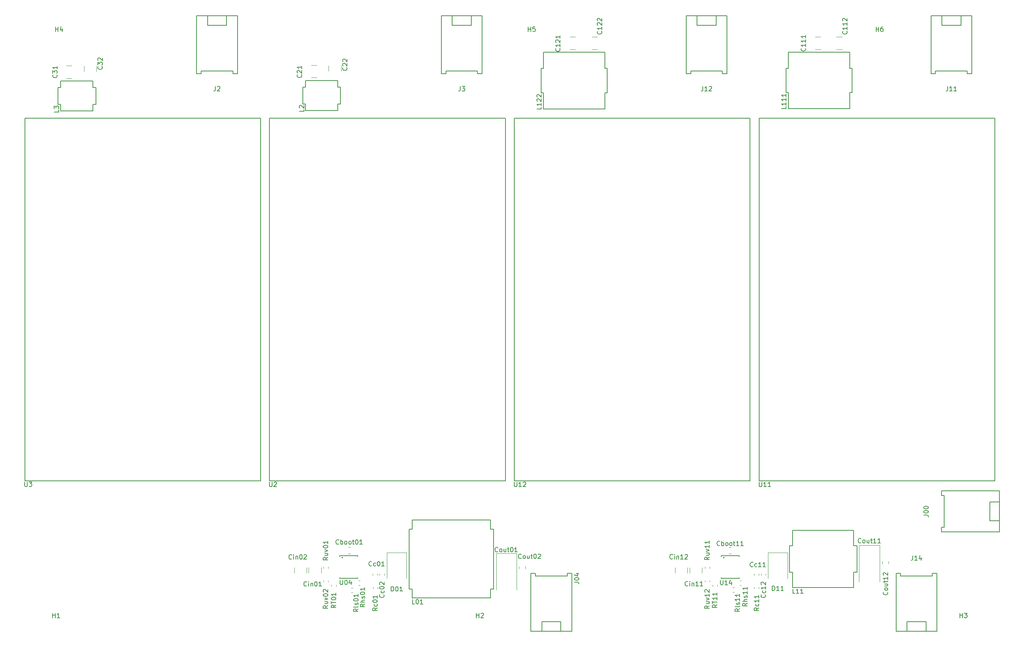
<source format=gbr>
G04 #@! TF.GenerationSoftware,KiCad,Pcbnew,5.1.4-e60b266~84~ubuntu18.04.1*
G04 #@! TF.CreationDate,2019-10-13T11:52:52+02:00*
G04 #@! TF.ProjectId,High_power__DC_DC_board,48696768-5f70-46f7-9765-725f5f44435f,rev?*
G04 #@! TF.SameCoordinates,Original*
G04 #@! TF.FileFunction,Legend,Top*
G04 #@! TF.FilePolarity,Positive*
%FSLAX46Y46*%
G04 Gerber Fmt 4.6, Leading zero omitted, Abs format (unit mm)*
G04 Created by KiCad (PCBNEW 5.1.4-e60b266~84~ubuntu18.04.1) date 2019-10-13 11:52:52*
%MOMM*%
%LPD*%
G04 APERTURE LIST*
%ADD10C,0.120000*%
%ADD11C,0.150000*%
G04 APERTURE END LIST*
D10*
X82197936Y-37560000D02*
X83402064Y-37560000D01*
X82197936Y-34840000D02*
X83402064Y-34840000D01*
X88760000Y-36102064D02*
X88760000Y-34897936D01*
X86040000Y-36102064D02*
X86040000Y-34897936D01*
X28197936Y-37660000D02*
X29402064Y-37660000D01*
X28197936Y-34940000D02*
X29402064Y-34940000D01*
X34760000Y-36202064D02*
X34760000Y-34997936D01*
X32040000Y-36202064D02*
X32040000Y-34997936D01*
X193347936Y-31310000D02*
X194552064Y-31310000D01*
X193347936Y-28590000D02*
X194552064Y-28590000D01*
X199252064Y-28590000D02*
X198047936Y-28590000D01*
X199252064Y-31310000D02*
X198047936Y-31310000D01*
X139247936Y-31310000D02*
X140452064Y-31310000D01*
X139247936Y-28590000D02*
X140452064Y-28590000D01*
X145252064Y-28590000D02*
X144047936Y-28590000D01*
X145252064Y-31310000D02*
X144047936Y-31310000D01*
X90808578Y-141190000D02*
X90291422Y-141190000D01*
X90808578Y-142610000D02*
X90291422Y-142610000D01*
X174858578Y-141190000D02*
X174341422Y-141190000D01*
X174858578Y-142610000D02*
X174341422Y-142610000D01*
X96805001Y-147312779D02*
X96805001Y-146987221D01*
X95785001Y-147312779D02*
X95785001Y-146987221D01*
X98310000Y-147312779D02*
X98310000Y-146987221D01*
X97290000Y-147312779D02*
X97290000Y-146987221D01*
X180910000Y-147312779D02*
X180910000Y-146987221D01*
X179890000Y-147312779D02*
X179890000Y-146987221D01*
X182410000Y-147312779D02*
X182410000Y-146987221D01*
X181390000Y-147312779D02*
X181390000Y-146987221D01*
X81640000Y-145647936D02*
X81640000Y-146852064D01*
X84360000Y-145647936D02*
X84360000Y-146852064D01*
X78440000Y-145647936D02*
X78440000Y-146852064D01*
X81160000Y-145647936D02*
X81160000Y-146852064D01*
X165640000Y-145647936D02*
X165640000Y-146852064D01*
X168360000Y-145647936D02*
X168360000Y-146852064D01*
X162440000Y-145647936D02*
X162440000Y-146852064D01*
X165160000Y-145647936D02*
X165160000Y-146852064D01*
X122990000Y-142490000D02*
X122990000Y-150550000D01*
X127510000Y-142490000D02*
X122990000Y-142490000D01*
X127510000Y-150550000D02*
X127510000Y-142490000D01*
X128040000Y-145391422D02*
X128040000Y-145908578D01*
X129460000Y-145391422D02*
X129460000Y-145908578D01*
X203040000Y-140740000D02*
X203040000Y-148800000D01*
X207560000Y-140740000D02*
X203040000Y-140740000D01*
X207560000Y-148800000D02*
X207560000Y-140740000D01*
X208140000Y-144291422D02*
X208140000Y-144808578D01*
X209560000Y-144291422D02*
X209560000Y-144808578D01*
X103200000Y-142350000D02*
X103200000Y-148050000D01*
X98900000Y-142350000D02*
X98900000Y-148050000D01*
X103200000Y-142350000D02*
X98900000Y-142350000D01*
X187250000Y-142350000D02*
X187250000Y-148050000D01*
X182950000Y-142350000D02*
X182950000Y-148050000D01*
X187250000Y-142350000D02*
X182950000Y-142350000D01*
D11*
X104500000Y-137150000D02*
X104500000Y-135150000D01*
X103800000Y-137150000D02*
X104500000Y-137150000D01*
X103800000Y-150350000D02*
X103800000Y-137150000D01*
X104500000Y-150350000D02*
X103800000Y-150350000D01*
X104500000Y-152350000D02*
X104500000Y-150350000D01*
X121700000Y-152350000D02*
X104500000Y-152350000D01*
X121700000Y-150350000D02*
X121700000Y-152350000D01*
X122400000Y-150350000D02*
X121700000Y-150350000D01*
X122400000Y-137150000D02*
X122400000Y-150350000D01*
X121700000Y-137150000D02*
X122400000Y-137150000D01*
X121700000Y-135150000D02*
X121700000Y-137150000D01*
X104500000Y-135150000D02*
X121700000Y-135150000D01*
X80950000Y-39625000D02*
X80950000Y-38200000D01*
X80325000Y-39625000D02*
X80950000Y-39625000D01*
X80325000Y-43375000D02*
X80325000Y-39625000D01*
X80950000Y-43375000D02*
X80325000Y-43375000D01*
X80950000Y-44800000D02*
X80950000Y-43375000D01*
X88050000Y-44800000D02*
X80950000Y-44800000D01*
X88050000Y-43375000D02*
X88050000Y-44800000D01*
X88675000Y-43375000D02*
X88050000Y-43375000D01*
X88675000Y-39625000D02*
X88675000Y-43375000D01*
X88050000Y-39625000D02*
X88675000Y-39625000D01*
X88050000Y-38200000D02*
X88050000Y-39625000D01*
X80950000Y-38200000D02*
X88050000Y-38200000D01*
X26950000Y-39725000D02*
X26950000Y-38300000D01*
X26325000Y-39725000D02*
X26950000Y-39725000D01*
X26325000Y-43475000D02*
X26325000Y-39725000D01*
X26950000Y-43475000D02*
X26325000Y-43475000D01*
X26950000Y-44900000D02*
X26950000Y-43475000D01*
X34050000Y-44900000D02*
X26950000Y-44900000D01*
X34050000Y-43475000D02*
X34050000Y-44900000D01*
X34675000Y-43475000D02*
X34050000Y-43475000D01*
X34675000Y-39725000D02*
X34675000Y-43475000D01*
X34050000Y-39725000D02*
X34675000Y-39725000D01*
X34050000Y-38300000D02*
X34050000Y-39725000D01*
X26950000Y-38300000D02*
X34050000Y-38300000D01*
X188400000Y-140800000D02*
X188400000Y-137450000D01*
X187675000Y-140800000D02*
X188400000Y-140800000D01*
X187675000Y-146700000D02*
X187675000Y-140800000D01*
X188400000Y-146700000D02*
X187675000Y-146700000D01*
X188400000Y-150050000D02*
X188400000Y-146700000D01*
X201850000Y-150050000D02*
X188400000Y-150050000D01*
X201850000Y-146700000D02*
X201850000Y-150050000D01*
X202575000Y-146700000D02*
X201850000Y-146700000D01*
X202575000Y-140800000D02*
X202575000Y-146700000D01*
X201850000Y-140800000D02*
X202575000Y-140800000D01*
X201850000Y-137450000D02*
X201850000Y-140800000D01*
X188400000Y-137450000D02*
X201850000Y-137450000D01*
X187450000Y-35475000D02*
X187450000Y-31900000D01*
X186925000Y-35475000D02*
X187450000Y-35475000D01*
X186925000Y-40825000D02*
X186925000Y-35475000D01*
X187450000Y-40825000D02*
X186925000Y-40825000D01*
X187450000Y-44400000D02*
X187450000Y-40825000D01*
X200950000Y-44400000D02*
X187450000Y-44400000D01*
X200950000Y-40825000D02*
X200950000Y-44400000D01*
X201475000Y-40825000D02*
X200950000Y-40825000D01*
X201475000Y-35475000D02*
X201475000Y-40825000D01*
X200950000Y-35475000D02*
X201475000Y-35475000D01*
X200950000Y-31900000D02*
X200950000Y-35475000D01*
X187450000Y-31900000D02*
X200950000Y-31900000D01*
X133450000Y-35525000D02*
X133450000Y-31950000D01*
X132925000Y-35525000D02*
X133450000Y-35525000D01*
X132925000Y-40875000D02*
X132925000Y-35525000D01*
X133450000Y-40875000D02*
X132925000Y-40875000D01*
X133450000Y-44450000D02*
X133450000Y-40875000D01*
X146950000Y-44450000D02*
X133450000Y-44450000D01*
X146950000Y-40875000D02*
X146950000Y-44450000D01*
X147475000Y-40875000D02*
X146950000Y-40875000D01*
X147475000Y-35525000D02*
X147475000Y-40875000D01*
X146950000Y-35525000D02*
X147475000Y-35525000D01*
X146950000Y-31950000D02*
X146950000Y-35525000D01*
X133450000Y-31950000D02*
X146950000Y-31950000D01*
D10*
X95790000Y-149987221D02*
X95790000Y-150312779D01*
X96810000Y-149987221D02*
X96810000Y-150312779D01*
X179890000Y-149987221D02*
X179890000Y-150312779D01*
X180910000Y-149987221D02*
X180910000Y-150312779D01*
X92962779Y-148540000D02*
X92637221Y-148540000D01*
X92962779Y-149560000D02*
X92637221Y-149560000D01*
X177062779Y-148490000D02*
X176737221Y-148490000D01*
X177062779Y-149510000D02*
X176737221Y-149510000D01*
X91357780Y-150095001D02*
X91032222Y-150095001D01*
X91357780Y-151115001D02*
X91032222Y-151115001D01*
X175462779Y-150040000D02*
X175137221Y-150040000D01*
X175462779Y-151060000D02*
X175137221Y-151060000D01*
X86640000Y-149474721D02*
X86640000Y-149800279D01*
X87660000Y-149474721D02*
X87660000Y-149800279D01*
X170740000Y-149487221D02*
X170740000Y-149812779D01*
X171760000Y-149487221D02*
X171760000Y-149812779D01*
X84890000Y-145487221D02*
X84890000Y-145812779D01*
X85910000Y-145487221D02*
X85910000Y-145812779D01*
X84890000Y-148487221D02*
X84890000Y-148812779D01*
X85910000Y-148487221D02*
X85910000Y-148812779D01*
X169040000Y-145487221D02*
X169040000Y-145812779D01*
X170060000Y-145487221D02*
X170060000Y-145812779D01*
X169040000Y-148487221D02*
X169040000Y-148812779D01*
X170060000Y-148487221D02*
X170060000Y-148812779D01*
D11*
X231850000Y-131150000D02*
X234000000Y-131150000D01*
X231850000Y-135350000D02*
X231850000Y-131150000D01*
X234000000Y-135350000D02*
X231850000Y-135350000D01*
X234000000Y-137750000D02*
X234000000Y-133250000D01*
X221200000Y-137750000D02*
X234000000Y-137750000D01*
X221200000Y-136750000D02*
X221200000Y-137750000D01*
X221850000Y-136750000D02*
X221200000Y-136750000D01*
X221850000Y-129750000D02*
X221850000Y-136750000D01*
X221200000Y-129750000D02*
X221850000Y-129750000D01*
X221200000Y-128750000D02*
X221200000Y-129750000D01*
X234000000Y-128750000D02*
X221200000Y-128750000D01*
X234000000Y-133250000D02*
X234000000Y-128750000D01*
X137250000Y-157550000D02*
X137250000Y-159700000D01*
X133050000Y-157550000D02*
X137250000Y-157550000D01*
X133050000Y-159700000D02*
X133050000Y-157550000D01*
X130650000Y-159700000D02*
X135150000Y-159700000D01*
X130650000Y-146900000D02*
X130650000Y-159700000D01*
X131650000Y-146900000D02*
X130650000Y-146900000D01*
X131650000Y-147550000D02*
X131650000Y-146900000D01*
X138650000Y-147550000D02*
X131650000Y-147550000D01*
X138650000Y-146900000D02*
X138650000Y-147550000D01*
X139650000Y-146900000D02*
X138650000Y-146900000D01*
X139650000Y-159700000D02*
X139650000Y-146900000D01*
X135150000Y-159700000D02*
X139650000Y-159700000D01*
X89125000Y-143475000D02*
G75*
G03X89125000Y-143475000I-100000J0D01*
G01*
X88450000Y-148050000D02*
X88450000Y-147875000D01*
X92450000Y-148050000D02*
X88450000Y-148050000D01*
X92450000Y-148050000D02*
X92450000Y-147875000D01*
X88450000Y-143050000D02*
X88450000Y-143225000D01*
X92450000Y-143050000D02*
X88450000Y-143050000D01*
X92450000Y-143050000D02*
X92450000Y-143225000D01*
X173275000Y-143475000D02*
G75*
G03X173275000Y-143475000I-100000J0D01*
G01*
X172600000Y-148050000D02*
X172600000Y-147875000D01*
X176600000Y-148050000D02*
X172600000Y-148050000D01*
X176600000Y-148050000D02*
X176600000Y-147875000D01*
X172600000Y-143050000D02*
X172600000Y-143225000D01*
X176600000Y-143050000D02*
X172600000Y-143050000D01*
X176600000Y-143050000D02*
X176600000Y-143225000D01*
X59300000Y-26050000D02*
X59300000Y-23900000D01*
X63500000Y-26050000D02*
X59300000Y-26050000D01*
X63500000Y-23900000D02*
X63500000Y-26050000D01*
X65900000Y-23900000D02*
X61400000Y-23900000D01*
X65900000Y-36700000D02*
X65900000Y-23900000D01*
X64900000Y-36700000D02*
X65900000Y-36700000D01*
X64900000Y-36050000D02*
X64900000Y-36700000D01*
X57900000Y-36050000D02*
X64900000Y-36050000D01*
X57900000Y-36700000D02*
X57900000Y-36050000D01*
X56900000Y-36700000D02*
X57900000Y-36700000D01*
X56900000Y-23900000D02*
X56900000Y-36700000D01*
X61400000Y-23900000D02*
X56900000Y-23900000D01*
X113300000Y-26050000D02*
X113300000Y-23900000D01*
X117500000Y-26050000D02*
X113300000Y-26050000D01*
X117500000Y-23900000D02*
X117500000Y-26050000D01*
X119900000Y-23900000D02*
X115400000Y-23900000D01*
X119900000Y-36700000D02*
X119900000Y-23900000D01*
X118900000Y-36700000D02*
X119900000Y-36700000D01*
X118900000Y-36050000D02*
X118900000Y-36700000D01*
X111900000Y-36050000D02*
X118900000Y-36050000D01*
X111900000Y-36700000D02*
X111900000Y-36050000D01*
X110900000Y-36700000D02*
X111900000Y-36700000D01*
X110900000Y-23900000D02*
X110900000Y-36700000D01*
X115400000Y-23900000D02*
X110900000Y-23900000D01*
X221300000Y-26050000D02*
X221300000Y-23900000D01*
X225500000Y-26050000D02*
X221300000Y-26050000D01*
X225500000Y-23900000D02*
X225500000Y-26050000D01*
X227900000Y-23900000D02*
X223400000Y-23900000D01*
X227900000Y-36700000D02*
X227900000Y-23900000D01*
X226900000Y-36700000D02*
X227900000Y-36700000D01*
X226900000Y-36050000D02*
X226900000Y-36700000D01*
X219900000Y-36050000D02*
X226900000Y-36050000D01*
X219900000Y-36700000D02*
X219900000Y-36050000D01*
X218900000Y-36700000D02*
X219900000Y-36700000D01*
X218900000Y-23900000D02*
X218900000Y-36700000D01*
X223400000Y-23900000D02*
X218900000Y-23900000D01*
X167300000Y-26050000D02*
X167300000Y-23900000D01*
X171500000Y-26050000D02*
X167300000Y-26050000D01*
X171500000Y-23900000D02*
X171500000Y-26050000D01*
X173900000Y-23900000D02*
X169400000Y-23900000D01*
X173900000Y-36700000D02*
X173900000Y-23900000D01*
X172900000Y-36700000D02*
X173900000Y-36700000D01*
X172900000Y-36050000D02*
X172900000Y-36700000D01*
X165900000Y-36050000D02*
X172900000Y-36050000D01*
X165900000Y-36700000D02*
X165900000Y-36050000D01*
X164900000Y-36700000D02*
X165900000Y-36700000D01*
X164900000Y-23900000D02*
X164900000Y-36700000D01*
X169400000Y-23900000D02*
X164900000Y-23900000D01*
X125000000Y-126500000D02*
X73000000Y-126500000D01*
X125000000Y-46500000D02*
X125000000Y-126500000D01*
X73000000Y-46500000D02*
X125000000Y-46500000D01*
X73000000Y-126500000D02*
X73000000Y-46500000D01*
X71000000Y-126500000D02*
X19000000Y-126500000D01*
X71000000Y-46500000D02*
X71000000Y-126500000D01*
X19000000Y-46500000D02*
X71000000Y-46500000D01*
X19000000Y-126500000D02*
X19000000Y-46500000D01*
X217800000Y-157550000D02*
X217800000Y-159700000D01*
X213600000Y-157550000D02*
X217800000Y-157550000D01*
X213600000Y-159700000D02*
X213600000Y-157550000D01*
X211200000Y-159700000D02*
X215700000Y-159700000D01*
X211200000Y-146900000D02*
X211200000Y-159700000D01*
X212200000Y-146900000D02*
X211200000Y-146900000D01*
X212200000Y-147550000D02*
X212200000Y-146900000D01*
X219200000Y-147550000D02*
X212200000Y-147550000D01*
X219200000Y-146900000D02*
X219200000Y-147550000D01*
X220200000Y-146900000D02*
X219200000Y-146900000D01*
X220200000Y-159700000D02*
X220200000Y-146900000D01*
X215700000Y-159700000D02*
X220200000Y-159700000D01*
X233000000Y-126500000D02*
X181000000Y-126500000D01*
X233000000Y-46500000D02*
X233000000Y-126500000D01*
X181000000Y-46500000D02*
X233000000Y-46500000D01*
X181000000Y-126500000D02*
X181000000Y-46500000D01*
X179000000Y-126500000D02*
X127000000Y-126500000D01*
X179000000Y-46500000D02*
X179000000Y-126500000D01*
X127000000Y-46500000D02*
X179000000Y-46500000D01*
X127000000Y-126500000D02*
X127000000Y-46500000D01*
X225288095Y-156702380D02*
X225288095Y-155702380D01*
X225288095Y-156178571D02*
X225859523Y-156178571D01*
X225859523Y-156702380D02*
X225859523Y-155702380D01*
X226240476Y-155702380D02*
X226859523Y-155702380D01*
X226526190Y-156083333D01*
X226669047Y-156083333D01*
X226764285Y-156130952D01*
X226811904Y-156178571D01*
X226859523Y-156273809D01*
X226859523Y-156511904D01*
X226811904Y-156607142D01*
X226764285Y-156654761D01*
X226669047Y-156702380D01*
X226383333Y-156702380D01*
X226288095Y-156654761D01*
X226240476Y-156607142D01*
X118638095Y-156702380D02*
X118638095Y-155702380D01*
X118638095Y-156178571D02*
X119209523Y-156178571D01*
X119209523Y-156702380D02*
X119209523Y-155702380D01*
X119638095Y-155797619D02*
X119685714Y-155750000D01*
X119780952Y-155702380D01*
X120019047Y-155702380D01*
X120114285Y-155750000D01*
X120161904Y-155797619D01*
X120209523Y-155892857D01*
X120209523Y-155988095D01*
X120161904Y-156130952D01*
X119590476Y-156702380D01*
X120209523Y-156702380D01*
X25138095Y-156702380D02*
X25138095Y-155702380D01*
X25138095Y-156178571D02*
X25709523Y-156178571D01*
X25709523Y-156702380D02*
X25709523Y-155702380D01*
X26709523Y-156702380D02*
X26138095Y-156702380D01*
X26423809Y-156702380D02*
X26423809Y-155702380D01*
X26328571Y-155845238D01*
X26233333Y-155940476D01*
X26138095Y-155988095D01*
X80007142Y-36892857D02*
X80054761Y-36940476D01*
X80102380Y-37083333D01*
X80102380Y-37178571D01*
X80054761Y-37321428D01*
X79959523Y-37416666D01*
X79864285Y-37464285D01*
X79673809Y-37511904D01*
X79530952Y-37511904D01*
X79340476Y-37464285D01*
X79245238Y-37416666D01*
X79150000Y-37321428D01*
X79102380Y-37178571D01*
X79102380Y-37083333D01*
X79150000Y-36940476D01*
X79197619Y-36892857D01*
X79197619Y-36511904D02*
X79150000Y-36464285D01*
X79102380Y-36369047D01*
X79102380Y-36130952D01*
X79150000Y-36035714D01*
X79197619Y-35988095D01*
X79292857Y-35940476D01*
X79388095Y-35940476D01*
X79530952Y-35988095D01*
X80102380Y-36559523D01*
X80102380Y-35940476D01*
X80102380Y-34988095D02*
X80102380Y-35559523D01*
X80102380Y-35273809D02*
X79102380Y-35273809D01*
X79245238Y-35369047D01*
X79340476Y-35464285D01*
X79388095Y-35559523D01*
X90007142Y-35342857D02*
X90054761Y-35390476D01*
X90102380Y-35533333D01*
X90102380Y-35628571D01*
X90054761Y-35771428D01*
X89959523Y-35866666D01*
X89864285Y-35914285D01*
X89673809Y-35961904D01*
X89530952Y-35961904D01*
X89340476Y-35914285D01*
X89245238Y-35866666D01*
X89150000Y-35771428D01*
X89102380Y-35628571D01*
X89102380Y-35533333D01*
X89150000Y-35390476D01*
X89197619Y-35342857D01*
X89197619Y-34961904D02*
X89150000Y-34914285D01*
X89102380Y-34819047D01*
X89102380Y-34580952D01*
X89150000Y-34485714D01*
X89197619Y-34438095D01*
X89292857Y-34390476D01*
X89388095Y-34390476D01*
X89530952Y-34438095D01*
X90102380Y-35009523D01*
X90102380Y-34390476D01*
X89197619Y-34009523D02*
X89150000Y-33961904D01*
X89102380Y-33866666D01*
X89102380Y-33628571D01*
X89150000Y-33533333D01*
X89197619Y-33485714D01*
X89292857Y-33438095D01*
X89388095Y-33438095D01*
X89530952Y-33485714D01*
X90102380Y-34057142D01*
X90102380Y-33438095D01*
X26057142Y-36942857D02*
X26104761Y-36990476D01*
X26152380Y-37133333D01*
X26152380Y-37228571D01*
X26104761Y-37371428D01*
X26009523Y-37466666D01*
X25914285Y-37514285D01*
X25723809Y-37561904D01*
X25580952Y-37561904D01*
X25390476Y-37514285D01*
X25295238Y-37466666D01*
X25200000Y-37371428D01*
X25152380Y-37228571D01*
X25152380Y-37133333D01*
X25200000Y-36990476D01*
X25247619Y-36942857D01*
X25152380Y-36609523D02*
X25152380Y-35990476D01*
X25533333Y-36323809D01*
X25533333Y-36180952D01*
X25580952Y-36085714D01*
X25628571Y-36038095D01*
X25723809Y-35990476D01*
X25961904Y-35990476D01*
X26057142Y-36038095D01*
X26104761Y-36085714D01*
X26152380Y-36180952D01*
X26152380Y-36466666D01*
X26104761Y-36561904D01*
X26057142Y-36609523D01*
X26152380Y-35038095D02*
X26152380Y-35609523D01*
X26152380Y-35323809D02*
X25152380Y-35323809D01*
X25295238Y-35419047D01*
X25390476Y-35514285D01*
X25438095Y-35609523D01*
X36007142Y-35092857D02*
X36054761Y-35140476D01*
X36102380Y-35283333D01*
X36102380Y-35378571D01*
X36054761Y-35521428D01*
X35959523Y-35616666D01*
X35864285Y-35664285D01*
X35673809Y-35711904D01*
X35530952Y-35711904D01*
X35340476Y-35664285D01*
X35245238Y-35616666D01*
X35150000Y-35521428D01*
X35102380Y-35378571D01*
X35102380Y-35283333D01*
X35150000Y-35140476D01*
X35197619Y-35092857D01*
X35102380Y-34759523D02*
X35102380Y-34140476D01*
X35483333Y-34473809D01*
X35483333Y-34330952D01*
X35530952Y-34235714D01*
X35578571Y-34188095D01*
X35673809Y-34140476D01*
X35911904Y-34140476D01*
X36007142Y-34188095D01*
X36054761Y-34235714D01*
X36102380Y-34330952D01*
X36102380Y-34616666D01*
X36054761Y-34711904D01*
X36007142Y-34759523D01*
X35197619Y-33759523D02*
X35150000Y-33711904D01*
X35102380Y-33616666D01*
X35102380Y-33378571D01*
X35150000Y-33283333D01*
X35197619Y-33235714D01*
X35292857Y-33188095D01*
X35388095Y-33188095D01*
X35530952Y-33235714D01*
X36102380Y-33807142D01*
X36102380Y-33188095D01*
X191157142Y-31069047D02*
X191204761Y-31116666D01*
X191252380Y-31259523D01*
X191252380Y-31354761D01*
X191204761Y-31497619D01*
X191109523Y-31592857D01*
X191014285Y-31640476D01*
X190823809Y-31688095D01*
X190680952Y-31688095D01*
X190490476Y-31640476D01*
X190395238Y-31592857D01*
X190300000Y-31497619D01*
X190252380Y-31354761D01*
X190252380Y-31259523D01*
X190300000Y-31116666D01*
X190347619Y-31069047D01*
X191252380Y-30116666D02*
X191252380Y-30688095D01*
X191252380Y-30402380D02*
X190252380Y-30402380D01*
X190395238Y-30497619D01*
X190490476Y-30592857D01*
X190538095Y-30688095D01*
X191252380Y-29164285D02*
X191252380Y-29735714D01*
X191252380Y-29450000D02*
X190252380Y-29450000D01*
X190395238Y-29545238D01*
X190490476Y-29640476D01*
X190538095Y-29735714D01*
X191252380Y-28211904D02*
X191252380Y-28783333D01*
X191252380Y-28497619D02*
X190252380Y-28497619D01*
X190395238Y-28592857D01*
X190490476Y-28688095D01*
X190538095Y-28783333D01*
X200307142Y-27319047D02*
X200354761Y-27366666D01*
X200402380Y-27509523D01*
X200402380Y-27604761D01*
X200354761Y-27747619D01*
X200259523Y-27842857D01*
X200164285Y-27890476D01*
X199973809Y-27938095D01*
X199830952Y-27938095D01*
X199640476Y-27890476D01*
X199545238Y-27842857D01*
X199450000Y-27747619D01*
X199402380Y-27604761D01*
X199402380Y-27509523D01*
X199450000Y-27366666D01*
X199497619Y-27319047D01*
X200402380Y-26366666D02*
X200402380Y-26938095D01*
X200402380Y-26652380D02*
X199402380Y-26652380D01*
X199545238Y-26747619D01*
X199640476Y-26842857D01*
X199688095Y-26938095D01*
X200402380Y-25414285D02*
X200402380Y-25985714D01*
X200402380Y-25700000D02*
X199402380Y-25700000D01*
X199545238Y-25795238D01*
X199640476Y-25890476D01*
X199688095Y-25985714D01*
X199497619Y-25033333D02*
X199450000Y-24985714D01*
X199402380Y-24890476D01*
X199402380Y-24652380D01*
X199450000Y-24557142D01*
X199497619Y-24509523D01*
X199592857Y-24461904D01*
X199688095Y-24461904D01*
X199830952Y-24509523D01*
X200402380Y-25080952D01*
X200402380Y-24461904D01*
X137007142Y-31119047D02*
X137054761Y-31166666D01*
X137102380Y-31309523D01*
X137102380Y-31404761D01*
X137054761Y-31547619D01*
X136959523Y-31642857D01*
X136864285Y-31690476D01*
X136673809Y-31738095D01*
X136530952Y-31738095D01*
X136340476Y-31690476D01*
X136245238Y-31642857D01*
X136150000Y-31547619D01*
X136102380Y-31404761D01*
X136102380Y-31309523D01*
X136150000Y-31166666D01*
X136197619Y-31119047D01*
X137102380Y-30166666D02*
X137102380Y-30738095D01*
X137102380Y-30452380D02*
X136102380Y-30452380D01*
X136245238Y-30547619D01*
X136340476Y-30642857D01*
X136388095Y-30738095D01*
X136197619Y-29785714D02*
X136150000Y-29738095D01*
X136102380Y-29642857D01*
X136102380Y-29404761D01*
X136150000Y-29309523D01*
X136197619Y-29261904D01*
X136292857Y-29214285D01*
X136388095Y-29214285D01*
X136530952Y-29261904D01*
X137102380Y-29833333D01*
X137102380Y-29214285D01*
X137102380Y-28261904D02*
X137102380Y-28833333D01*
X137102380Y-28547619D02*
X136102380Y-28547619D01*
X136245238Y-28642857D01*
X136340476Y-28738095D01*
X136388095Y-28833333D01*
X146207142Y-27319047D02*
X146254761Y-27366666D01*
X146302380Y-27509523D01*
X146302380Y-27604761D01*
X146254761Y-27747619D01*
X146159523Y-27842857D01*
X146064285Y-27890476D01*
X145873809Y-27938095D01*
X145730952Y-27938095D01*
X145540476Y-27890476D01*
X145445238Y-27842857D01*
X145350000Y-27747619D01*
X145302380Y-27604761D01*
X145302380Y-27509523D01*
X145350000Y-27366666D01*
X145397619Y-27319047D01*
X146302380Y-26366666D02*
X146302380Y-26938095D01*
X146302380Y-26652380D02*
X145302380Y-26652380D01*
X145445238Y-26747619D01*
X145540476Y-26842857D01*
X145588095Y-26938095D01*
X145397619Y-25985714D02*
X145350000Y-25938095D01*
X145302380Y-25842857D01*
X145302380Y-25604761D01*
X145350000Y-25509523D01*
X145397619Y-25461904D01*
X145492857Y-25414285D01*
X145588095Y-25414285D01*
X145730952Y-25461904D01*
X146302380Y-26033333D01*
X146302380Y-25414285D01*
X145397619Y-25033333D02*
X145350000Y-24985714D01*
X145302380Y-24890476D01*
X145302380Y-24652380D01*
X145350000Y-24557142D01*
X145397619Y-24509523D01*
X145492857Y-24461904D01*
X145588095Y-24461904D01*
X145730952Y-24509523D01*
X146302380Y-25080952D01*
X146302380Y-24461904D01*
X88264285Y-140407142D02*
X88216666Y-140454761D01*
X88073809Y-140502380D01*
X87978571Y-140502380D01*
X87835714Y-140454761D01*
X87740476Y-140359523D01*
X87692857Y-140264285D01*
X87645238Y-140073809D01*
X87645238Y-139930952D01*
X87692857Y-139740476D01*
X87740476Y-139645238D01*
X87835714Y-139550000D01*
X87978571Y-139502380D01*
X88073809Y-139502380D01*
X88216666Y-139550000D01*
X88264285Y-139597619D01*
X88692857Y-140502380D02*
X88692857Y-139502380D01*
X88692857Y-139883333D02*
X88788095Y-139835714D01*
X88978571Y-139835714D01*
X89073809Y-139883333D01*
X89121428Y-139930952D01*
X89169047Y-140026190D01*
X89169047Y-140311904D01*
X89121428Y-140407142D01*
X89073809Y-140454761D01*
X88978571Y-140502380D01*
X88788095Y-140502380D01*
X88692857Y-140454761D01*
X89740476Y-140502380D02*
X89645238Y-140454761D01*
X89597619Y-140407142D01*
X89550000Y-140311904D01*
X89550000Y-140026190D01*
X89597619Y-139930952D01*
X89645238Y-139883333D01*
X89740476Y-139835714D01*
X89883333Y-139835714D01*
X89978571Y-139883333D01*
X90026190Y-139930952D01*
X90073809Y-140026190D01*
X90073809Y-140311904D01*
X90026190Y-140407142D01*
X89978571Y-140454761D01*
X89883333Y-140502380D01*
X89740476Y-140502380D01*
X90645238Y-140502380D02*
X90550000Y-140454761D01*
X90502380Y-140407142D01*
X90454761Y-140311904D01*
X90454761Y-140026190D01*
X90502380Y-139930952D01*
X90550000Y-139883333D01*
X90645238Y-139835714D01*
X90788095Y-139835714D01*
X90883333Y-139883333D01*
X90930952Y-139930952D01*
X90978571Y-140026190D01*
X90978571Y-140311904D01*
X90930952Y-140407142D01*
X90883333Y-140454761D01*
X90788095Y-140502380D01*
X90645238Y-140502380D01*
X91264285Y-139835714D02*
X91645238Y-139835714D01*
X91407142Y-139502380D02*
X91407142Y-140359523D01*
X91454761Y-140454761D01*
X91550000Y-140502380D01*
X91645238Y-140502380D01*
X92169047Y-139502380D02*
X92264285Y-139502380D01*
X92359523Y-139550000D01*
X92407142Y-139597619D01*
X92454761Y-139692857D01*
X92502380Y-139883333D01*
X92502380Y-140121428D01*
X92454761Y-140311904D01*
X92407142Y-140407142D01*
X92359523Y-140454761D01*
X92264285Y-140502380D01*
X92169047Y-140502380D01*
X92073809Y-140454761D01*
X92026190Y-140407142D01*
X91978571Y-140311904D01*
X91930952Y-140121428D01*
X91930952Y-139883333D01*
X91978571Y-139692857D01*
X92026190Y-139597619D01*
X92073809Y-139550000D01*
X92169047Y-139502380D01*
X93454761Y-140502380D02*
X92883333Y-140502380D01*
X93169047Y-140502380D02*
X93169047Y-139502380D01*
X93073809Y-139645238D01*
X92978571Y-139740476D01*
X92883333Y-139788095D01*
X172314285Y-140707142D02*
X172266666Y-140754761D01*
X172123809Y-140802380D01*
X172028571Y-140802380D01*
X171885714Y-140754761D01*
X171790476Y-140659523D01*
X171742857Y-140564285D01*
X171695238Y-140373809D01*
X171695238Y-140230952D01*
X171742857Y-140040476D01*
X171790476Y-139945238D01*
X171885714Y-139850000D01*
X172028571Y-139802380D01*
X172123809Y-139802380D01*
X172266666Y-139850000D01*
X172314285Y-139897619D01*
X172742857Y-140802380D02*
X172742857Y-139802380D01*
X172742857Y-140183333D02*
X172838095Y-140135714D01*
X173028571Y-140135714D01*
X173123809Y-140183333D01*
X173171428Y-140230952D01*
X173219047Y-140326190D01*
X173219047Y-140611904D01*
X173171428Y-140707142D01*
X173123809Y-140754761D01*
X173028571Y-140802380D01*
X172838095Y-140802380D01*
X172742857Y-140754761D01*
X173790476Y-140802380D02*
X173695238Y-140754761D01*
X173647619Y-140707142D01*
X173600000Y-140611904D01*
X173600000Y-140326190D01*
X173647619Y-140230952D01*
X173695238Y-140183333D01*
X173790476Y-140135714D01*
X173933333Y-140135714D01*
X174028571Y-140183333D01*
X174076190Y-140230952D01*
X174123809Y-140326190D01*
X174123809Y-140611904D01*
X174076190Y-140707142D01*
X174028571Y-140754761D01*
X173933333Y-140802380D01*
X173790476Y-140802380D01*
X174695238Y-140802380D02*
X174600000Y-140754761D01*
X174552380Y-140707142D01*
X174504761Y-140611904D01*
X174504761Y-140326190D01*
X174552380Y-140230952D01*
X174600000Y-140183333D01*
X174695238Y-140135714D01*
X174838095Y-140135714D01*
X174933333Y-140183333D01*
X174980952Y-140230952D01*
X175028571Y-140326190D01*
X175028571Y-140611904D01*
X174980952Y-140707142D01*
X174933333Y-140754761D01*
X174838095Y-140802380D01*
X174695238Y-140802380D01*
X175314285Y-140135714D02*
X175695238Y-140135714D01*
X175457142Y-139802380D02*
X175457142Y-140659523D01*
X175504761Y-140754761D01*
X175600000Y-140802380D01*
X175695238Y-140802380D01*
X176552380Y-140802380D02*
X175980952Y-140802380D01*
X176266666Y-140802380D02*
X176266666Y-139802380D01*
X176171428Y-139945238D01*
X176076190Y-140040476D01*
X175980952Y-140088095D01*
X177504761Y-140802380D02*
X176933333Y-140802380D01*
X177219047Y-140802380D02*
X177219047Y-139802380D01*
X177123809Y-139945238D01*
X177028571Y-140040476D01*
X176933333Y-140088095D01*
X95528571Y-145207142D02*
X95480952Y-145254761D01*
X95338095Y-145302380D01*
X95242857Y-145302380D01*
X95100000Y-145254761D01*
X95004761Y-145159523D01*
X94957142Y-145064285D01*
X94909523Y-144873809D01*
X94909523Y-144730952D01*
X94957142Y-144540476D01*
X95004761Y-144445238D01*
X95100000Y-144350000D01*
X95242857Y-144302380D01*
X95338095Y-144302380D01*
X95480952Y-144350000D01*
X95528571Y-144397619D01*
X96385714Y-145254761D02*
X96290476Y-145302380D01*
X96100000Y-145302380D01*
X96004761Y-145254761D01*
X95957142Y-145207142D01*
X95909523Y-145111904D01*
X95909523Y-144826190D01*
X95957142Y-144730952D01*
X96004761Y-144683333D01*
X96100000Y-144635714D01*
X96290476Y-144635714D01*
X96385714Y-144683333D01*
X97004761Y-144302380D02*
X97100000Y-144302380D01*
X97195238Y-144350000D01*
X97242857Y-144397619D01*
X97290476Y-144492857D01*
X97338095Y-144683333D01*
X97338095Y-144921428D01*
X97290476Y-145111904D01*
X97242857Y-145207142D01*
X97195238Y-145254761D01*
X97100000Y-145302380D01*
X97004761Y-145302380D01*
X96909523Y-145254761D01*
X96861904Y-145207142D01*
X96814285Y-145111904D01*
X96766666Y-144921428D01*
X96766666Y-144683333D01*
X96814285Y-144492857D01*
X96861904Y-144397619D01*
X96909523Y-144350000D01*
X97004761Y-144302380D01*
X98290476Y-145302380D02*
X97719047Y-145302380D01*
X98004761Y-145302380D02*
X98004761Y-144302380D01*
X97909523Y-144445238D01*
X97814285Y-144540476D01*
X97719047Y-144588095D01*
X98157142Y-151621428D02*
X98204761Y-151669047D01*
X98252380Y-151811904D01*
X98252380Y-151907142D01*
X98204761Y-152050000D01*
X98109523Y-152145238D01*
X98014285Y-152192857D01*
X97823809Y-152240476D01*
X97680952Y-152240476D01*
X97490476Y-152192857D01*
X97395238Y-152145238D01*
X97300000Y-152050000D01*
X97252380Y-151907142D01*
X97252380Y-151811904D01*
X97300000Y-151669047D01*
X97347619Y-151621428D01*
X98204761Y-150764285D02*
X98252380Y-150859523D01*
X98252380Y-151050000D01*
X98204761Y-151145238D01*
X98157142Y-151192857D01*
X98061904Y-151240476D01*
X97776190Y-151240476D01*
X97680952Y-151192857D01*
X97633333Y-151145238D01*
X97585714Y-151050000D01*
X97585714Y-150859523D01*
X97633333Y-150764285D01*
X97252380Y-150145238D02*
X97252380Y-150050000D01*
X97300000Y-149954761D01*
X97347619Y-149907142D01*
X97442857Y-149859523D01*
X97633333Y-149811904D01*
X97871428Y-149811904D01*
X98061904Y-149859523D01*
X98157142Y-149907142D01*
X98204761Y-149954761D01*
X98252380Y-150050000D01*
X98252380Y-150145238D01*
X98204761Y-150240476D01*
X98157142Y-150288095D01*
X98061904Y-150335714D01*
X97871428Y-150383333D01*
X97633333Y-150383333D01*
X97442857Y-150335714D01*
X97347619Y-150288095D01*
X97300000Y-150240476D01*
X97252380Y-150145238D01*
X97347619Y-149430952D02*
X97300000Y-149383333D01*
X97252380Y-149288095D01*
X97252380Y-149050000D01*
X97300000Y-148954761D01*
X97347619Y-148907142D01*
X97442857Y-148859523D01*
X97538095Y-148859523D01*
X97680952Y-148907142D01*
X98252380Y-149478571D01*
X98252380Y-148859523D01*
X179628571Y-145357142D02*
X179580952Y-145404761D01*
X179438095Y-145452380D01*
X179342857Y-145452380D01*
X179200000Y-145404761D01*
X179104761Y-145309523D01*
X179057142Y-145214285D01*
X179009523Y-145023809D01*
X179009523Y-144880952D01*
X179057142Y-144690476D01*
X179104761Y-144595238D01*
X179200000Y-144500000D01*
X179342857Y-144452380D01*
X179438095Y-144452380D01*
X179580952Y-144500000D01*
X179628571Y-144547619D01*
X180485714Y-145404761D02*
X180390476Y-145452380D01*
X180200000Y-145452380D01*
X180104761Y-145404761D01*
X180057142Y-145357142D01*
X180009523Y-145261904D01*
X180009523Y-144976190D01*
X180057142Y-144880952D01*
X180104761Y-144833333D01*
X180200000Y-144785714D01*
X180390476Y-144785714D01*
X180485714Y-144833333D01*
X181438095Y-145452380D02*
X180866666Y-145452380D01*
X181152380Y-145452380D02*
X181152380Y-144452380D01*
X181057142Y-144595238D01*
X180961904Y-144690476D01*
X180866666Y-144738095D01*
X182390476Y-145452380D02*
X181819047Y-145452380D01*
X182104761Y-145452380D02*
X182104761Y-144452380D01*
X182009523Y-144595238D01*
X181914285Y-144690476D01*
X181819047Y-144738095D01*
X182307142Y-151621428D02*
X182354761Y-151669047D01*
X182402380Y-151811904D01*
X182402380Y-151907142D01*
X182354761Y-152050000D01*
X182259523Y-152145238D01*
X182164285Y-152192857D01*
X181973809Y-152240476D01*
X181830952Y-152240476D01*
X181640476Y-152192857D01*
X181545238Y-152145238D01*
X181450000Y-152050000D01*
X181402380Y-151907142D01*
X181402380Y-151811904D01*
X181450000Y-151669047D01*
X181497619Y-151621428D01*
X182354761Y-150764285D02*
X182402380Y-150859523D01*
X182402380Y-151050000D01*
X182354761Y-151145238D01*
X182307142Y-151192857D01*
X182211904Y-151240476D01*
X181926190Y-151240476D01*
X181830952Y-151192857D01*
X181783333Y-151145238D01*
X181735714Y-151050000D01*
X181735714Y-150859523D01*
X181783333Y-150764285D01*
X182402380Y-149811904D02*
X182402380Y-150383333D01*
X182402380Y-150097619D02*
X181402380Y-150097619D01*
X181545238Y-150192857D01*
X181640476Y-150288095D01*
X181688095Y-150383333D01*
X181497619Y-149430952D02*
X181450000Y-149383333D01*
X181402380Y-149288095D01*
X181402380Y-149050000D01*
X181450000Y-148954761D01*
X181497619Y-148907142D01*
X181592857Y-148859523D01*
X181688095Y-148859523D01*
X181830952Y-148907142D01*
X182402380Y-149478571D01*
X182402380Y-148859523D01*
X81166666Y-149657142D02*
X81119047Y-149704761D01*
X80976190Y-149752380D01*
X80880952Y-149752380D01*
X80738095Y-149704761D01*
X80642857Y-149609523D01*
X80595238Y-149514285D01*
X80547619Y-149323809D01*
X80547619Y-149180952D01*
X80595238Y-148990476D01*
X80642857Y-148895238D01*
X80738095Y-148800000D01*
X80880952Y-148752380D01*
X80976190Y-148752380D01*
X81119047Y-148800000D01*
X81166666Y-148847619D01*
X81595238Y-149752380D02*
X81595238Y-149085714D01*
X81595238Y-148752380D02*
X81547619Y-148800000D01*
X81595238Y-148847619D01*
X81642857Y-148800000D01*
X81595238Y-148752380D01*
X81595238Y-148847619D01*
X82071428Y-149085714D02*
X82071428Y-149752380D01*
X82071428Y-149180952D02*
X82119047Y-149133333D01*
X82214285Y-149085714D01*
X82357142Y-149085714D01*
X82452380Y-149133333D01*
X82500000Y-149228571D01*
X82500000Y-149752380D01*
X83166666Y-148752380D02*
X83261904Y-148752380D01*
X83357142Y-148800000D01*
X83404761Y-148847619D01*
X83452380Y-148942857D01*
X83500000Y-149133333D01*
X83500000Y-149371428D01*
X83452380Y-149561904D01*
X83404761Y-149657142D01*
X83357142Y-149704761D01*
X83261904Y-149752380D01*
X83166666Y-149752380D01*
X83071428Y-149704761D01*
X83023809Y-149657142D01*
X82976190Y-149561904D01*
X82928571Y-149371428D01*
X82928571Y-149133333D01*
X82976190Y-148942857D01*
X83023809Y-148847619D01*
X83071428Y-148800000D01*
X83166666Y-148752380D01*
X84452380Y-149752380D02*
X83880952Y-149752380D01*
X84166666Y-149752380D02*
X84166666Y-148752380D01*
X84071428Y-148895238D01*
X83976190Y-148990476D01*
X83880952Y-149038095D01*
X77866666Y-143707142D02*
X77819047Y-143754761D01*
X77676190Y-143802380D01*
X77580952Y-143802380D01*
X77438095Y-143754761D01*
X77342857Y-143659523D01*
X77295238Y-143564285D01*
X77247619Y-143373809D01*
X77247619Y-143230952D01*
X77295238Y-143040476D01*
X77342857Y-142945238D01*
X77438095Y-142850000D01*
X77580952Y-142802380D01*
X77676190Y-142802380D01*
X77819047Y-142850000D01*
X77866666Y-142897619D01*
X78295238Y-143802380D02*
X78295238Y-143135714D01*
X78295238Y-142802380D02*
X78247619Y-142850000D01*
X78295238Y-142897619D01*
X78342857Y-142850000D01*
X78295238Y-142802380D01*
X78295238Y-142897619D01*
X78771428Y-143135714D02*
X78771428Y-143802380D01*
X78771428Y-143230952D02*
X78819047Y-143183333D01*
X78914285Y-143135714D01*
X79057142Y-143135714D01*
X79152380Y-143183333D01*
X79200000Y-143278571D01*
X79200000Y-143802380D01*
X79866666Y-142802380D02*
X79961904Y-142802380D01*
X80057142Y-142850000D01*
X80104761Y-142897619D01*
X80152380Y-142992857D01*
X80200000Y-143183333D01*
X80200000Y-143421428D01*
X80152380Y-143611904D01*
X80104761Y-143707142D01*
X80057142Y-143754761D01*
X79961904Y-143802380D01*
X79866666Y-143802380D01*
X79771428Y-143754761D01*
X79723809Y-143707142D01*
X79676190Y-143611904D01*
X79628571Y-143421428D01*
X79628571Y-143183333D01*
X79676190Y-142992857D01*
X79723809Y-142897619D01*
X79771428Y-142850000D01*
X79866666Y-142802380D01*
X80580952Y-142897619D02*
X80628571Y-142850000D01*
X80723809Y-142802380D01*
X80961904Y-142802380D01*
X81057142Y-142850000D01*
X81104761Y-142897619D01*
X81152380Y-142992857D01*
X81152380Y-143088095D01*
X81104761Y-143230952D01*
X80533333Y-143802380D01*
X81152380Y-143802380D01*
X165266666Y-149607142D02*
X165219047Y-149654761D01*
X165076190Y-149702380D01*
X164980952Y-149702380D01*
X164838095Y-149654761D01*
X164742857Y-149559523D01*
X164695238Y-149464285D01*
X164647619Y-149273809D01*
X164647619Y-149130952D01*
X164695238Y-148940476D01*
X164742857Y-148845238D01*
X164838095Y-148750000D01*
X164980952Y-148702380D01*
X165076190Y-148702380D01*
X165219047Y-148750000D01*
X165266666Y-148797619D01*
X165695238Y-149702380D02*
X165695238Y-149035714D01*
X165695238Y-148702380D02*
X165647619Y-148750000D01*
X165695238Y-148797619D01*
X165742857Y-148750000D01*
X165695238Y-148702380D01*
X165695238Y-148797619D01*
X166171428Y-149035714D02*
X166171428Y-149702380D01*
X166171428Y-149130952D02*
X166219047Y-149083333D01*
X166314285Y-149035714D01*
X166457142Y-149035714D01*
X166552380Y-149083333D01*
X166600000Y-149178571D01*
X166600000Y-149702380D01*
X167600000Y-149702380D02*
X167028571Y-149702380D01*
X167314285Y-149702380D02*
X167314285Y-148702380D01*
X167219047Y-148845238D01*
X167123809Y-148940476D01*
X167028571Y-148988095D01*
X168552380Y-149702380D02*
X167980952Y-149702380D01*
X168266666Y-149702380D02*
X168266666Y-148702380D01*
X168171428Y-148845238D01*
X168076190Y-148940476D01*
X167980952Y-148988095D01*
X161916666Y-143657142D02*
X161869047Y-143704761D01*
X161726190Y-143752380D01*
X161630952Y-143752380D01*
X161488095Y-143704761D01*
X161392857Y-143609523D01*
X161345238Y-143514285D01*
X161297619Y-143323809D01*
X161297619Y-143180952D01*
X161345238Y-142990476D01*
X161392857Y-142895238D01*
X161488095Y-142800000D01*
X161630952Y-142752380D01*
X161726190Y-142752380D01*
X161869047Y-142800000D01*
X161916666Y-142847619D01*
X162345238Y-143752380D02*
X162345238Y-143085714D01*
X162345238Y-142752380D02*
X162297619Y-142800000D01*
X162345238Y-142847619D01*
X162392857Y-142800000D01*
X162345238Y-142752380D01*
X162345238Y-142847619D01*
X162821428Y-143085714D02*
X162821428Y-143752380D01*
X162821428Y-143180952D02*
X162869047Y-143133333D01*
X162964285Y-143085714D01*
X163107142Y-143085714D01*
X163202380Y-143133333D01*
X163250000Y-143228571D01*
X163250000Y-143752380D01*
X164250000Y-143752380D02*
X163678571Y-143752380D01*
X163964285Y-143752380D02*
X163964285Y-142752380D01*
X163869047Y-142895238D01*
X163773809Y-142990476D01*
X163678571Y-143038095D01*
X164630952Y-142847619D02*
X164678571Y-142800000D01*
X164773809Y-142752380D01*
X165011904Y-142752380D01*
X165107142Y-142800000D01*
X165154761Y-142847619D01*
X165202380Y-142942857D01*
X165202380Y-143038095D01*
X165154761Y-143180952D01*
X164583333Y-143752380D01*
X165202380Y-143752380D01*
X123366666Y-142107142D02*
X123319047Y-142154761D01*
X123176190Y-142202380D01*
X123080952Y-142202380D01*
X122938095Y-142154761D01*
X122842857Y-142059523D01*
X122795238Y-141964285D01*
X122747619Y-141773809D01*
X122747619Y-141630952D01*
X122795238Y-141440476D01*
X122842857Y-141345238D01*
X122938095Y-141250000D01*
X123080952Y-141202380D01*
X123176190Y-141202380D01*
X123319047Y-141250000D01*
X123366666Y-141297619D01*
X123938095Y-142202380D02*
X123842857Y-142154761D01*
X123795238Y-142107142D01*
X123747619Y-142011904D01*
X123747619Y-141726190D01*
X123795238Y-141630952D01*
X123842857Y-141583333D01*
X123938095Y-141535714D01*
X124080952Y-141535714D01*
X124176190Y-141583333D01*
X124223809Y-141630952D01*
X124271428Y-141726190D01*
X124271428Y-142011904D01*
X124223809Y-142107142D01*
X124176190Y-142154761D01*
X124080952Y-142202380D01*
X123938095Y-142202380D01*
X125128571Y-141535714D02*
X125128571Y-142202380D01*
X124700000Y-141535714D02*
X124700000Y-142059523D01*
X124747619Y-142154761D01*
X124842857Y-142202380D01*
X124985714Y-142202380D01*
X125080952Y-142154761D01*
X125128571Y-142107142D01*
X125461904Y-141535714D02*
X125842857Y-141535714D01*
X125604761Y-141202380D02*
X125604761Y-142059523D01*
X125652380Y-142154761D01*
X125747619Y-142202380D01*
X125842857Y-142202380D01*
X126366666Y-141202380D02*
X126461904Y-141202380D01*
X126557142Y-141250000D01*
X126604761Y-141297619D01*
X126652380Y-141392857D01*
X126700000Y-141583333D01*
X126700000Y-141821428D01*
X126652380Y-142011904D01*
X126604761Y-142107142D01*
X126557142Y-142154761D01*
X126461904Y-142202380D01*
X126366666Y-142202380D01*
X126271428Y-142154761D01*
X126223809Y-142107142D01*
X126176190Y-142011904D01*
X126128571Y-141821428D01*
X126128571Y-141583333D01*
X126176190Y-141392857D01*
X126223809Y-141297619D01*
X126271428Y-141250000D01*
X126366666Y-141202380D01*
X127652380Y-142202380D02*
X127080952Y-142202380D01*
X127366666Y-142202380D02*
X127366666Y-141202380D01*
X127271428Y-141345238D01*
X127176190Y-141440476D01*
X127080952Y-141488095D01*
X128516666Y-143557142D02*
X128469047Y-143604761D01*
X128326190Y-143652380D01*
X128230952Y-143652380D01*
X128088095Y-143604761D01*
X127992857Y-143509523D01*
X127945238Y-143414285D01*
X127897619Y-143223809D01*
X127897619Y-143080952D01*
X127945238Y-142890476D01*
X127992857Y-142795238D01*
X128088095Y-142700000D01*
X128230952Y-142652380D01*
X128326190Y-142652380D01*
X128469047Y-142700000D01*
X128516666Y-142747619D01*
X129088095Y-143652380D02*
X128992857Y-143604761D01*
X128945238Y-143557142D01*
X128897619Y-143461904D01*
X128897619Y-143176190D01*
X128945238Y-143080952D01*
X128992857Y-143033333D01*
X129088095Y-142985714D01*
X129230952Y-142985714D01*
X129326190Y-143033333D01*
X129373809Y-143080952D01*
X129421428Y-143176190D01*
X129421428Y-143461904D01*
X129373809Y-143557142D01*
X129326190Y-143604761D01*
X129230952Y-143652380D01*
X129088095Y-143652380D01*
X130278571Y-142985714D02*
X130278571Y-143652380D01*
X129850000Y-142985714D02*
X129850000Y-143509523D01*
X129897619Y-143604761D01*
X129992857Y-143652380D01*
X130135714Y-143652380D01*
X130230952Y-143604761D01*
X130278571Y-143557142D01*
X130611904Y-142985714D02*
X130992857Y-142985714D01*
X130754761Y-142652380D02*
X130754761Y-143509523D01*
X130802380Y-143604761D01*
X130897619Y-143652380D01*
X130992857Y-143652380D01*
X131516666Y-142652380D02*
X131611904Y-142652380D01*
X131707142Y-142700000D01*
X131754761Y-142747619D01*
X131802380Y-142842857D01*
X131850000Y-143033333D01*
X131850000Y-143271428D01*
X131802380Y-143461904D01*
X131754761Y-143557142D01*
X131707142Y-143604761D01*
X131611904Y-143652380D01*
X131516666Y-143652380D01*
X131421428Y-143604761D01*
X131373809Y-143557142D01*
X131326190Y-143461904D01*
X131278571Y-143271428D01*
X131278571Y-143033333D01*
X131326190Y-142842857D01*
X131373809Y-142747619D01*
X131421428Y-142700000D01*
X131516666Y-142652380D01*
X132230952Y-142747619D02*
X132278571Y-142700000D01*
X132373809Y-142652380D01*
X132611904Y-142652380D01*
X132707142Y-142700000D01*
X132754761Y-142747619D01*
X132802380Y-142842857D01*
X132802380Y-142938095D01*
X132754761Y-143080952D01*
X132183333Y-143652380D01*
X132802380Y-143652380D01*
X203466666Y-140107142D02*
X203419047Y-140154761D01*
X203276190Y-140202380D01*
X203180952Y-140202380D01*
X203038095Y-140154761D01*
X202942857Y-140059523D01*
X202895238Y-139964285D01*
X202847619Y-139773809D01*
X202847619Y-139630952D01*
X202895238Y-139440476D01*
X202942857Y-139345238D01*
X203038095Y-139250000D01*
X203180952Y-139202380D01*
X203276190Y-139202380D01*
X203419047Y-139250000D01*
X203466666Y-139297619D01*
X204038095Y-140202380D02*
X203942857Y-140154761D01*
X203895238Y-140107142D01*
X203847619Y-140011904D01*
X203847619Y-139726190D01*
X203895238Y-139630952D01*
X203942857Y-139583333D01*
X204038095Y-139535714D01*
X204180952Y-139535714D01*
X204276190Y-139583333D01*
X204323809Y-139630952D01*
X204371428Y-139726190D01*
X204371428Y-140011904D01*
X204323809Y-140107142D01*
X204276190Y-140154761D01*
X204180952Y-140202380D01*
X204038095Y-140202380D01*
X205228571Y-139535714D02*
X205228571Y-140202380D01*
X204800000Y-139535714D02*
X204800000Y-140059523D01*
X204847619Y-140154761D01*
X204942857Y-140202380D01*
X205085714Y-140202380D01*
X205180952Y-140154761D01*
X205228571Y-140107142D01*
X205561904Y-139535714D02*
X205942857Y-139535714D01*
X205704761Y-139202380D02*
X205704761Y-140059523D01*
X205752380Y-140154761D01*
X205847619Y-140202380D01*
X205942857Y-140202380D01*
X206800000Y-140202380D02*
X206228571Y-140202380D01*
X206514285Y-140202380D02*
X206514285Y-139202380D01*
X206419047Y-139345238D01*
X206323809Y-139440476D01*
X206228571Y-139488095D01*
X207752380Y-140202380D02*
X207180952Y-140202380D01*
X207466666Y-140202380D02*
X207466666Y-139202380D01*
X207371428Y-139345238D01*
X207276190Y-139440476D01*
X207180952Y-139488095D01*
X209257142Y-151033333D02*
X209304761Y-151080952D01*
X209352380Y-151223809D01*
X209352380Y-151319047D01*
X209304761Y-151461904D01*
X209209523Y-151557142D01*
X209114285Y-151604761D01*
X208923809Y-151652380D01*
X208780952Y-151652380D01*
X208590476Y-151604761D01*
X208495238Y-151557142D01*
X208400000Y-151461904D01*
X208352380Y-151319047D01*
X208352380Y-151223809D01*
X208400000Y-151080952D01*
X208447619Y-151033333D01*
X209352380Y-150461904D02*
X209304761Y-150557142D01*
X209257142Y-150604761D01*
X209161904Y-150652380D01*
X208876190Y-150652380D01*
X208780952Y-150604761D01*
X208733333Y-150557142D01*
X208685714Y-150461904D01*
X208685714Y-150319047D01*
X208733333Y-150223809D01*
X208780952Y-150176190D01*
X208876190Y-150128571D01*
X209161904Y-150128571D01*
X209257142Y-150176190D01*
X209304761Y-150223809D01*
X209352380Y-150319047D01*
X209352380Y-150461904D01*
X208685714Y-149271428D02*
X209352380Y-149271428D01*
X208685714Y-149700000D02*
X209209523Y-149700000D01*
X209304761Y-149652380D01*
X209352380Y-149557142D01*
X209352380Y-149414285D01*
X209304761Y-149319047D01*
X209257142Y-149271428D01*
X208685714Y-148938095D02*
X208685714Y-148557142D01*
X208352380Y-148795238D02*
X209209523Y-148795238D01*
X209304761Y-148747619D01*
X209352380Y-148652380D01*
X209352380Y-148557142D01*
X209352380Y-147700000D02*
X209352380Y-148271428D01*
X209352380Y-147985714D02*
X208352380Y-147985714D01*
X208495238Y-148080952D01*
X208590476Y-148176190D01*
X208638095Y-148271428D01*
X208447619Y-147319047D02*
X208400000Y-147271428D01*
X208352380Y-147176190D01*
X208352380Y-146938095D01*
X208400000Y-146842857D01*
X208447619Y-146795238D01*
X208542857Y-146747619D01*
X208638095Y-146747619D01*
X208780952Y-146795238D01*
X209352380Y-147366666D01*
X209352380Y-146747619D01*
X99835714Y-150852380D02*
X99835714Y-149852380D01*
X100073809Y-149852380D01*
X100216666Y-149900000D01*
X100311904Y-149995238D01*
X100359523Y-150090476D01*
X100407142Y-150280952D01*
X100407142Y-150423809D01*
X100359523Y-150614285D01*
X100311904Y-150709523D01*
X100216666Y-150804761D01*
X100073809Y-150852380D01*
X99835714Y-150852380D01*
X101026190Y-149852380D02*
X101121428Y-149852380D01*
X101216666Y-149900000D01*
X101264285Y-149947619D01*
X101311904Y-150042857D01*
X101359523Y-150233333D01*
X101359523Y-150471428D01*
X101311904Y-150661904D01*
X101264285Y-150757142D01*
X101216666Y-150804761D01*
X101121428Y-150852380D01*
X101026190Y-150852380D01*
X100930952Y-150804761D01*
X100883333Y-150757142D01*
X100835714Y-150661904D01*
X100788095Y-150471428D01*
X100788095Y-150233333D01*
X100835714Y-150042857D01*
X100883333Y-149947619D01*
X100930952Y-149900000D01*
X101026190Y-149852380D01*
X102311904Y-150852380D02*
X101740476Y-150852380D01*
X102026190Y-150852380D02*
X102026190Y-149852380D01*
X101930952Y-149995238D01*
X101835714Y-150090476D01*
X101740476Y-150138095D01*
X183885714Y-150702380D02*
X183885714Y-149702380D01*
X184123809Y-149702380D01*
X184266666Y-149750000D01*
X184361904Y-149845238D01*
X184409523Y-149940476D01*
X184457142Y-150130952D01*
X184457142Y-150273809D01*
X184409523Y-150464285D01*
X184361904Y-150559523D01*
X184266666Y-150654761D01*
X184123809Y-150702380D01*
X183885714Y-150702380D01*
X185409523Y-150702380D02*
X184838095Y-150702380D01*
X185123809Y-150702380D02*
X185123809Y-149702380D01*
X185028571Y-149845238D01*
X184933333Y-149940476D01*
X184838095Y-149988095D01*
X186361904Y-150702380D02*
X185790476Y-150702380D01*
X186076190Y-150702380D02*
X186076190Y-149702380D01*
X185980952Y-149845238D01*
X185885714Y-149940476D01*
X185790476Y-149988095D01*
X105007142Y-153652380D02*
X104530952Y-153652380D01*
X104530952Y-152652380D01*
X105530952Y-152652380D02*
X105626190Y-152652380D01*
X105721428Y-152700000D01*
X105769047Y-152747619D01*
X105816666Y-152842857D01*
X105864285Y-153033333D01*
X105864285Y-153271428D01*
X105816666Y-153461904D01*
X105769047Y-153557142D01*
X105721428Y-153604761D01*
X105626190Y-153652380D01*
X105530952Y-153652380D01*
X105435714Y-153604761D01*
X105388095Y-153557142D01*
X105340476Y-153461904D01*
X105292857Y-153271428D01*
X105292857Y-153033333D01*
X105340476Y-152842857D01*
X105388095Y-152747619D01*
X105435714Y-152700000D01*
X105530952Y-152652380D01*
X106816666Y-153652380D02*
X106245238Y-153652380D01*
X106530952Y-153652380D02*
X106530952Y-152652380D01*
X106435714Y-152795238D01*
X106340476Y-152890476D01*
X106245238Y-152938095D01*
X80552380Y-44516666D02*
X80552380Y-44992857D01*
X79552380Y-44992857D01*
X79647619Y-44230952D02*
X79600000Y-44183333D01*
X79552380Y-44088095D01*
X79552380Y-43850000D01*
X79600000Y-43754761D01*
X79647619Y-43707142D01*
X79742857Y-43659523D01*
X79838095Y-43659523D01*
X79980952Y-43707142D01*
X80552380Y-44278571D01*
X80552380Y-43659523D01*
X26502380Y-44666666D02*
X26502380Y-45142857D01*
X25502380Y-45142857D01*
X25502380Y-44428571D02*
X25502380Y-43809523D01*
X25883333Y-44142857D01*
X25883333Y-44000000D01*
X25930952Y-43904761D01*
X25978571Y-43857142D01*
X26073809Y-43809523D01*
X26311904Y-43809523D01*
X26407142Y-43857142D01*
X26454761Y-43904761D01*
X26502380Y-44000000D01*
X26502380Y-44285714D01*
X26454761Y-44380952D01*
X26407142Y-44428571D01*
X188907142Y-151352380D02*
X188430952Y-151352380D01*
X188430952Y-150352380D01*
X189764285Y-151352380D02*
X189192857Y-151352380D01*
X189478571Y-151352380D02*
X189478571Y-150352380D01*
X189383333Y-150495238D01*
X189288095Y-150590476D01*
X189192857Y-150638095D01*
X190716666Y-151352380D02*
X190145238Y-151352380D01*
X190430952Y-151352380D02*
X190430952Y-150352380D01*
X190335714Y-150495238D01*
X190240476Y-150590476D01*
X190145238Y-150638095D01*
X186952380Y-43919047D02*
X186952380Y-44395238D01*
X185952380Y-44395238D01*
X186952380Y-43061904D02*
X186952380Y-43633333D01*
X186952380Y-43347619D02*
X185952380Y-43347619D01*
X186095238Y-43442857D01*
X186190476Y-43538095D01*
X186238095Y-43633333D01*
X186952380Y-42109523D02*
X186952380Y-42680952D01*
X186952380Y-42395238D02*
X185952380Y-42395238D01*
X186095238Y-42490476D01*
X186190476Y-42585714D01*
X186238095Y-42680952D01*
X186952380Y-41157142D02*
X186952380Y-41728571D01*
X186952380Y-41442857D02*
X185952380Y-41442857D01*
X186095238Y-41538095D01*
X186190476Y-41633333D01*
X186238095Y-41728571D01*
X132952380Y-44019047D02*
X132952380Y-44495238D01*
X131952380Y-44495238D01*
X132952380Y-43161904D02*
X132952380Y-43733333D01*
X132952380Y-43447619D02*
X131952380Y-43447619D01*
X132095238Y-43542857D01*
X132190476Y-43638095D01*
X132238095Y-43733333D01*
X132047619Y-42780952D02*
X132000000Y-42733333D01*
X131952380Y-42638095D01*
X131952380Y-42400000D01*
X132000000Y-42304761D01*
X132047619Y-42257142D01*
X132142857Y-42209523D01*
X132238095Y-42209523D01*
X132380952Y-42257142D01*
X132952380Y-42828571D01*
X132952380Y-42209523D01*
X132047619Y-41828571D02*
X132000000Y-41780952D01*
X131952380Y-41685714D01*
X131952380Y-41447619D01*
X132000000Y-41352380D01*
X132047619Y-41304761D01*
X132142857Y-41257142D01*
X132238095Y-41257142D01*
X132380952Y-41304761D01*
X132952380Y-41876190D01*
X132952380Y-41257142D01*
X96752380Y-154571428D02*
X96276190Y-154904761D01*
X96752380Y-155142857D02*
X95752380Y-155142857D01*
X95752380Y-154761904D01*
X95800000Y-154666666D01*
X95847619Y-154619047D01*
X95942857Y-154571428D01*
X96085714Y-154571428D01*
X96180952Y-154619047D01*
X96228571Y-154666666D01*
X96276190Y-154761904D01*
X96276190Y-155142857D01*
X96704761Y-153714285D02*
X96752380Y-153809523D01*
X96752380Y-154000000D01*
X96704761Y-154095238D01*
X96657142Y-154142857D01*
X96561904Y-154190476D01*
X96276190Y-154190476D01*
X96180952Y-154142857D01*
X96133333Y-154095238D01*
X96085714Y-154000000D01*
X96085714Y-153809523D01*
X96133333Y-153714285D01*
X95752380Y-153095238D02*
X95752380Y-153000000D01*
X95800000Y-152904761D01*
X95847619Y-152857142D01*
X95942857Y-152809523D01*
X96133333Y-152761904D01*
X96371428Y-152761904D01*
X96561904Y-152809523D01*
X96657142Y-152857142D01*
X96704761Y-152904761D01*
X96752380Y-153000000D01*
X96752380Y-153095238D01*
X96704761Y-153190476D01*
X96657142Y-153238095D01*
X96561904Y-153285714D01*
X96371428Y-153333333D01*
X96133333Y-153333333D01*
X95942857Y-153285714D01*
X95847619Y-153238095D01*
X95800000Y-153190476D01*
X95752380Y-153095238D01*
X96752380Y-151809523D02*
X96752380Y-152380952D01*
X96752380Y-152095238D02*
X95752380Y-152095238D01*
X95895238Y-152190476D01*
X95990476Y-152285714D01*
X96038095Y-152380952D01*
X180902380Y-154521428D02*
X180426190Y-154854761D01*
X180902380Y-155092857D02*
X179902380Y-155092857D01*
X179902380Y-154711904D01*
X179950000Y-154616666D01*
X179997619Y-154569047D01*
X180092857Y-154521428D01*
X180235714Y-154521428D01*
X180330952Y-154569047D01*
X180378571Y-154616666D01*
X180426190Y-154711904D01*
X180426190Y-155092857D01*
X180854761Y-153664285D02*
X180902380Y-153759523D01*
X180902380Y-153950000D01*
X180854761Y-154045238D01*
X180807142Y-154092857D01*
X180711904Y-154140476D01*
X180426190Y-154140476D01*
X180330952Y-154092857D01*
X180283333Y-154045238D01*
X180235714Y-153950000D01*
X180235714Y-153759523D01*
X180283333Y-153664285D01*
X180902380Y-152711904D02*
X180902380Y-153283333D01*
X180902380Y-152997619D02*
X179902380Y-152997619D01*
X180045238Y-153092857D01*
X180140476Y-153188095D01*
X180188095Y-153283333D01*
X180902380Y-151759523D02*
X180902380Y-152330952D01*
X180902380Y-152045238D02*
X179902380Y-152045238D01*
X180045238Y-152140476D01*
X180140476Y-152235714D01*
X180188095Y-152330952D01*
X94002380Y-153700000D02*
X93526190Y-154033333D01*
X94002380Y-154271428D02*
X93002380Y-154271428D01*
X93002380Y-153890476D01*
X93050000Y-153795238D01*
X93097619Y-153747619D01*
X93192857Y-153700000D01*
X93335714Y-153700000D01*
X93430952Y-153747619D01*
X93478571Y-153795238D01*
X93526190Y-153890476D01*
X93526190Y-154271428D01*
X94002380Y-153271428D02*
X93002380Y-153271428D01*
X94002380Y-152842857D02*
X93478571Y-152842857D01*
X93383333Y-152890476D01*
X93335714Y-152985714D01*
X93335714Y-153128571D01*
X93383333Y-153223809D01*
X93430952Y-153271428D01*
X93954761Y-152414285D02*
X94002380Y-152319047D01*
X94002380Y-152128571D01*
X93954761Y-152033333D01*
X93859523Y-151985714D01*
X93811904Y-151985714D01*
X93716666Y-152033333D01*
X93669047Y-152128571D01*
X93669047Y-152271428D01*
X93621428Y-152366666D01*
X93526190Y-152414285D01*
X93478571Y-152414285D01*
X93383333Y-152366666D01*
X93335714Y-152271428D01*
X93335714Y-152128571D01*
X93383333Y-152033333D01*
X93002380Y-151366666D02*
X93002380Y-151271428D01*
X93050000Y-151176190D01*
X93097619Y-151128571D01*
X93192857Y-151080952D01*
X93383333Y-151033333D01*
X93621428Y-151033333D01*
X93811904Y-151080952D01*
X93907142Y-151128571D01*
X93954761Y-151176190D01*
X94002380Y-151271428D01*
X94002380Y-151366666D01*
X93954761Y-151461904D01*
X93907142Y-151509523D01*
X93811904Y-151557142D01*
X93621428Y-151604761D01*
X93383333Y-151604761D01*
X93192857Y-151557142D01*
X93097619Y-151509523D01*
X93050000Y-151461904D01*
X93002380Y-151366666D01*
X94002380Y-150080952D02*
X94002380Y-150652380D01*
X94002380Y-150366666D02*
X93002380Y-150366666D01*
X93145238Y-150461904D01*
X93240476Y-150557142D01*
X93288095Y-150652380D01*
X178352380Y-153550000D02*
X177876190Y-153883333D01*
X178352380Y-154121428D02*
X177352380Y-154121428D01*
X177352380Y-153740476D01*
X177400000Y-153645238D01*
X177447619Y-153597619D01*
X177542857Y-153550000D01*
X177685714Y-153550000D01*
X177780952Y-153597619D01*
X177828571Y-153645238D01*
X177876190Y-153740476D01*
X177876190Y-154121428D01*
X178352380Y-153121428D02*
X177352380Y-153121428D01*
X178352380Y-152692857D02*
X177828571Y-152692857D01*
X177733333Y-152740476D01*
X177685714Y-152835714D01*
X177685714Y-152978571D01*
X177733333Y-153073809D01*
X177780952Y-153121428D01*
X178304761Y-152264285D02*
X178352380Y-152169047D01*
X178352380Y-151978571D01*
X178304761Y-151883333D01*
X178209523Y-151835714D01*
X178161904Y-151835714D01*
X178066666Y-151883333D01*
X178019047Y-151978571D01*
X178019047Y-152121428D01*
X177971428Y-152216666D01*
X177876190Y-152264285D01*
X177828571Y-152264285D01*
X177733333Y-152216666D01*
X177685714Y-152121428D01*
X177685714Y-151978571D01*
X177733333Y-151883333D01*
X178352380Y-150883333D02*
X178352380Y-151454761D01*
X178352380Y-151169047D02*
X177352380Y-151169047D01*
X177495238Y-151264285D01*
X177590476Y-151359523D01*
X177638095Y-151454761D01*
X178352380Y-149930952D02*
X178352380Y-150502380D01*
X178352380Y-150216666D02*
X177352380Y-150216666D01*
X177495238Y-150311904D01*
X177590476Y-150407142D01*
X177638095Y-150502380D01*
X92552380Y-154759523D02*
X92076190Y-155092857D01*
X92552380Y-155330952D02*
X91552380Y-155330952D01*
X91552380Y-154950000D01*
X91600000Y-154854761D01*
X91647619Y-154807142D01*
X91742857Y-154759523D01*
X91885714Y-154759523D01*
X91980952Y-154807142D01*
X92028571Y-154854761D01*
X92076190Y-154950000D01*
X92076190Y-155330952D01*
X92552380Y-154188095D02*
X92504761Y-154283333D01*
X92409523Y-154330952D01*
X91552380Y-154330952D01*
X92504761Y-153854761D02*
X92552380Y-153759523D01*
X92552380Y-153569047D01*
X92504761Y-153473809D01*
X92409523Y-153426190D01*
X92361904Y-153426190D01*
X92266666Y-153473809D01*
X92219047Y-153569047D01*
X92219047Y-153711904D01*
X92171428Y-153807142D01*
X92076190Y-153854761D01*
X92028571Y-153854761D01*
X91933333Y-153807142D01*
X91885714Y-153711904D01*
X91885714Y-153569047D01*
X91933333Y-153473809D01*
X91552380Y-152807142D02*
X91552380Y-152711904D01*
X91600000Y-152616666D01*
X91647619Y-152569047D01*
X91742857Y-152521428D01*
X91933333Y-152473809D01*
X92171428Y-152473809D01*
X92361904Y-152521428D01*
X92457142Y-152569047D01*
X92504761Y-152616666D01*
X92552380Y-152711904D01*
X92552380Y-152807142D01*
X92504761Y-152902380D01*
X92457142Y-152950000D01*
X92361904Y-152997619D01*
X92171428Y-153045238D01*
X91933333Y-153045238D01*
X91742857Y-152997619D01*
X91647619Y-152950000D01*
X91600000Y-152902380D01*
X91552380Y-152807142D01*
X92552380Y-151521428D02*
X92552380Y-152092857D01*
X92552380Y-151807142D02*
X91552380Y-151807142D01*
X91695238Y-151902380D01*
X91790476Y-151997619D01*
X91838095Y-152092857D01*
X176702380Y-154709523D02*
X176226190Y-155042857D01*
X176702380Y-155280952D02*
X175702380Y-155280952D01*
X175702380Y-154900000D01*
X175750000Y-154804761D01*
X175797619Y-154757142D01*
X175892857Y-154709523D01*
X176035714Y-154709523D01*
X176130952Y-154757142D01*
X176178571Y-154804761D01*
X176226190Y-154900000D01*
X176226190Y-155280952D01*
X176702380Y-154138095D02*
X176654761Y-154233333D01*
X176559523Y-154280952D01*
X175702380Y-154280952D01*
X176654761Y-153804761D02*
X176702380Y-153709523D01*
X176702380Y-153519047D01*
X176654761Y-153423809D01*
X176559523Y-153376190D01*
X176511904Y-153376190D01*
X176416666Y-153423809D01*
X176369047Y-153519047D01*
X176369047Y-153661904D01*
X176321428Y-153757142D01*
X176226190Y-153804761D01*
X176178571Y-153804761D01*
X176083333Y-153757142D01*
X176035714Y-153661904D01*
X176035714Y-153519047D01*
X176083333Y-153423809D01*
X176702380Y-152423809D02*
X176702380Y-152995238D01*
X176702380Y-152709523D02*
X175702380Y-152709523D01*
X175845238Y-152804761D01*
X175940476Y-152900000D01*
X175988095Y-152995238D01*
X176702380Y-151471428D02*
X176702380Y-152042857D01*
X176702380Y-151757142D02*
X175702380Y-151757142D01*
X175845238Y-151852380D01*
X175940476Y-151947619D01*
X175988095Y-152042857D01*
X87602380Y-153923809D02*
X87126190Y-154257142D01*
X87602380Y-154495238D02*
X86602380Y-154495238D01*
X86602380Y-154114285D01*
X86650000Y-154019047D01*
X86697619Y-153971428D01*
X86792857Y-153923809D01*
X86935714Y-153923809D01*
X87030952Y-153971428D01*
X87078571Y-154019047D01*
X87126190Y-154114285D01*
X87126190Y-154495238D01*
X86602380Y-153638095D02*
X86602380Y-153066666D01*
X87602380Y-153352380D02*
X86602380Y-153352380D01*
X86602380Y-152542857D02*
X86602380Y-152447619D01*
X86650000Y-152352380D01*
X86697619Y-152304761D01*
X86792857Y-152257142D01*
X86983333Y-152209523D01*
X87221428Y-152209523D01*
X87411904Y-152257142D01*
X87507142Y-152304761D01*
X87554761Y-152352380D01*
X87602380Y-152447619D01*
X87602380Y-152542857D01*
X87554761Y-152638095D01*
X87507142Y-152685714D01*
X87411904Y-152733333D01*
X87221428Y-152780952D01*
X86983333Y-152780952D01*
X86792857Y-152733333D01*
X86697619Y-152685714D01*
X86650000Y-152638095D01*
X86602380Y-152542857D01*
X87602380Y-151257142D02*
X87602380Y-151828571D01*
X87602380Y-151542857D02*
X86602380Y-151542857D01*
X86745238Y-151638095D01*
X86840476Y-151733333D01*
X86888095Y-151828571D01*
X171702380Y-153873809D02*
X171226190Y-154207142D01*
X171702380Y-154445238D02*
X170702380Y-154445238D01*
X170702380Y-154064285D01*
X170750000Y-153969047D01*
X170797619Y-153921428D01*
X170892857Y-153873809D01*
X171035714Y-153873809D01*
X171130952Y-153921428D01*
X171178571Y-153969047D01*
X171226190Y-154064285D01*
X171226190Y-154445238D01*
X170702380Y-153588095D02*
X170702380Y-153016666D01*
X171702380Y-153302380D02*
X170702380Y-153302380D01*
X171702380Y-152159523D02*
X171702380Y-152730952D01*
X171702380Y-152445238D02*
X170702380Y-152445238D01*
X170845238Y-152540476D01*
X170940476Y-152635714D01*
X170988095Y-152730952D01*
X171702380Y-151207142D02*
X171702380Y-151778571D01*
X171702380Y-151492857D02*
X170702380Y-151492857D01*
X170845238Y-151588095D01*
X170940476Y-151683333D01*
X170988095Y-151778571D01*
X85852380Y-143376190D02*
X85376190Y-143709523D01*
X85852380Y-143947619D02*
X84852380Y-143947619D01*
X84852380Y-143566666D01*
X84900000Y-143471428D01*
X84947619Y-143423809D01*
X85042857Y-143376190D01*
X85185714Y-143376190D01*
X85280952Y-143423809D01*
X85328571Y-143471428D01*
X85376190Y-143566666D01*
X85376190Y-143947619D01*
X85185714Y-142519047D02*
X85852380Y-142519047D01*
X85185714Y-142947619D02*
X85709523Y-142947619D01*
X85804761Y-142900000D01*
X85852380Y-142804761D01*
X85852380Y-142661904D01*
X85804761Y-142566666D01*
X85757142Y-142519047D01*
X85185714Y-142138095D02*
X85852380Y-141900000D01*
X85185714Y-141661904D01*
X84852380Y-141090476D02*
X84852380Y-140995238D01*
X84900000Y-140900000D01*
X84947619Y-140852380D01*
X85042857Y-140804761D01*
X85233333Y-140757142D01*
X85471428Y-140757142D01*
X85661904Y-140804761D01*
X85757142Y-140852380D01*
X85804761Y-140900000D01*
X85852380Y-140995238D01*
X85852380Y-141090476D01*
X85804761Y-141185714D01*
X85757142Y-141233333D01*
X85661904Y-141280952D01*
X85471428Y-141328571D01*
X85233333Y-141328571D01*
X85042857Y-141280952D01*
X84947619Y-141233333D01*
X84900000Y-141185714D01*
X84852380Y-141090476D01*
X85852380Y-139804761D02*
X85852380Y-140376190D01*
X85852380Y-140090476D02*
X84852380Y-140090476D01*
X84995238Y-140185714D01*
X85090476Y-140280952D01*
X85138095Y-140376190D01*
X85852380Y-154026190D02*
X85376190Y-154359523D01*
X85852380Y-154597619D02*
X84852380Y-154597619D01*
X84852380Y-154216666D01*
X84900000Y-154121428D01*
X84947619Y-154073809D01*
X85042857Y-154026190D01*
X85185714Y-154026190D01*
X85280952Y-154073809D01*
X85328571Y-154121428D01*
X85376190Y-154216666D01*
X85376190Y-154597619D01*
X85185714Y-153169047D02*
X85852380Y-153169047D01*
X85185714Y-153597619D02*
X85709523Y-153597619D01*
X85804761Y-153550000D01*
X85852380Y-153454761D01*
X85852380Y-153311904D01*
X85804761Y-153216666D01*
X85757142Y-153169047D01*
X85185714Y-152788095D02*
X85852380Y-152550000D01*
X85185714Y-152311904D01*
X84852380Y-151740476D02*
X84852380Y-151645238D01*
X84900000Y-151550000D01*
X84947619Y-151502380D01*
X85042857Y-151454761D01*
X85233333Y-151407142D01*
X85471428Y-151407142D01*
X85661904Y-151454761D01*
X85757142Y-151502380D01*
X85804761Y-151550000D01*
X85852380Y-151645238D01*
X85852380Y-151740476D01*
X85804761Y-151835714D01*
X85757142Y-151883333D01*
X85661904Y-151930952D01*
X85471428Y-151978571D01*
X85233333Y-151978571D01*
X85042857Y-151930952D01*
X84947619Y-151883333D01*
X84900000Y-151835714D01*
X84852380Y-151740476D01*
X84947619Y-151026190D02*
X84900000Y-150978571D01*
X84852380Y-150883333D01*
X84852380Y-150645238D01*
X84900000Y-150550000D01*
X84947619Y-150502380D01*
X85042857Y-150454761D01*
X85138095Y-150454761D01*
X85280952Y-150502380D01*
X85852380Y-151073809D01*
X85852380Y-150454761D01*
X170002380Y-143326190D02*
X169526190Y-143659523D01*
X170002380Y-143897619D02*
X169002380Y-143897619D01*
X169002380Y-143516666D01*
X169050000Y-143421428D01*
X169097619Y-143373809D01*
X169192857Y-143326190D01*
X169335714Y-143326190D01*
X169430952Y-143373809D01*
X169478571Y-143421428D01*
X169526190Y-143516666D01*
X169526190Y-143897619D01*
X169335714Y-142469047D02*
X170002380Y-142469047D01*
X169335714Y-142897619D02*
X169859523Y-142897619D01*
X169954761Y-142850000D01*
X170002380Y-142754761D01*
X170002380Y-142611904D01*
X169954761Y-142516666D01*
X169907142Y-142469047D01*
X169335714Y-142088095D02*
X170002380Y-141850000D01*
X169335714Y-141611904D01*
X170002380Y-140707142D02*
X170002380Y-141278571D01*
X170002380Y-140992857D02*
X169002380Y-140992857D01*
X169145238Y-141088095D01*
X169240476Y-141183333D01*
X169288095Y-141278571D01*
X170002380Y-139754761D02*
X170002380Y-140326190D01*
X170002380Y-140040476D02*
X169002380Y-140040476D01*
X169145238Y-140135714D01*
X169240476Y-140230952D01*
X169288095Y-140326190D01*
X170002380Y-154076190D02*
X169526190Y-154409523D01*
X170002380Y-154647619D02*
X169002380Y-154647619D01*
X169002380Y-154266666D01*
X169050000Y-154171428D01*
X169097619Y-154123809D01*
X169192857Y-154076190D01*
X169335714Y-154076190D01*
X169430952Y-154123809D01*
X169478571Y-154171428D01*
X169526190Y-154266666D01*
X169526190Y-154647619D01*
X169335714Y-153219047D02*
X170002380Y-153219047D01*
X169335714Y-153647619D02*
X169859523Y-153647619D01*
X169954761Y-153600000D01*
X170002380Y-153504761D01*
X170002380Y-153361904D01*
X169954761Y-153266666D01*
X169907142Y-153219047D01*
X169335714Y-152838095D02*
X170002380Y-152600000D01*
X169335714Y-152361904D01*
X170002380Y-151457142D02*
X170002380Y-152028571D01*
X170002380Y-151742857D02*
X169002380Y-151742857D01*
X169145238Y-151838095D01*
X169240476Y-151933333D01*
X169288095Y-152028571D01*
X169097619Y-151076190D02*
X169050000Y-151028571D01*
X169002380Y-150933333D01*
X169002380Y-150695238D01*
X169050000Y-150600000D01*
X169097619Y-150552380D01*
X169192857Y-150504761D01*
X169288095Y-150504761D01*
X169430952Y-150552380D01*
X170002380Y-151123809D01*
X170002380Y-150504761D01*
X217302380Y-134059523D02*
X218016666Y-134059523D01*
X218159523Y-134107142D01*
X218254761Y-134202380D01*
X218302380Y-134345238D01*
X218302380Y-134440476D01*
X217302380Y-133392857D02*
X217302380Y-133297619D01*
X217350000Y-133202380D01*
X217397619Y-133154761D01*
X217492857Y-133107142D01*
X217683333Y-133059523D01*
X217921428Y-133059523D01*
X218111904Y-133107142D01*
X218207142Y-133154761D01*
X218254761Y-133202380D01*
X218302380Y-133297619D01*
X218302380Y-133392857D01*
X218254761Y-133488095D01*
X218207142Y-133535714D01*
X218111904Y-133583333D01*
X217921428Y-133630952D01*
X217683333Y-133630952D01*
X217492857Y-133583333D01*
X217397619Y-133535714D01*
X217350000Y-133488095D01*
X217302380Y-133392857D01*
X217302380Y-132440476D02*
X217302380Y-132345238D01*
X217350000Y-132250000D01*
X217397619Y-132202380D01*
X217492857Y-132154761D01*
X217683333Y-132107142D01*
X217921428Y-132107142D01*
X218111904Y-132154761D01*
X218207142Y-132202380D01*
X218254761Y-132250000D01*
X218302380Y-132345238D01*
X218302380Y-132440476D01*
X218254761Y-132535714D01*
X218207142Y-132583333D01*
X218111904Y-132630952D01*
X217921428Y-132678571D01*
X217683333Y-132678571D01*
X217492857Y-132630952D01*
X217397619Y-132583333D01*
X217350000Y-132535714D01*
X217302380Y-132440476D01*
X140252380Y-148859523D02*
X140966666Y-148859523D01*
X141109523Y-148907142D01*
X141204761Y-149002380D01*
X141252380Y-149145238D01*
X141252380Y-149240476D01*
X140252380Y-148192857D02*
X140252380Y-148097619D01*
X140300000Y-148002380D01*
X140347619Y-147954761D01*
X140442857Y-147907142D01*
X140633333Y-147859523D01*
X140871428Y-147859523D01*
X141061904Y-147907142D01*
X141157142Y-147954761D01*
X141204761Y-148002380D01*
X141252380Y-148097619D01*
X141252380Y-148192857D01*
X141204761Y-148288095D01*
X141157142Y-148335714D01*
X141061904Y-148383333D01*
X140871428Y-148430952D01*
X140633333Y-148430952D01*
X140442857Y-148383333D01*
X140347619Y-148335714D01*
X140300000Y-148288095D01*
X140252380Y-148192857D01*
X140585714Y-147002380D02*
X141252380Y-147002380D01*
X140204761Y-147240476D02*
X140919047Y-147478571D01*
X140919047Y-146859523D01*
X88561904Y-148402380D02*
X88561904Y-149211904D01*
X88609523Y-149307142D01*
X88657142Y-149354761D01*
X88752380Y-149402380D01*
X88942857Y-149402380D01*
X89038095Y-149354761D01*
X89085714Y-149307142D01*
X89133333Y-149211904D01*
X89133333Y-148402380D01*
X89800000Y-148402380D02*
X89895238Y-148402380D01*
X89990476Y-148450000D01*
X90038095Y-148497619D01*
X90085714Y-148592857D01*
X90133333Y-148783333D01*
X90133333Y-149021428D01*
X90085714Y-149211904D01*
X90038095Y-149307142D01*
X89990476Y-149354761D01*
X89895238Y-149402380D01*
X89800000Y-149402380D01*
X89704761Y-149354761D01*
X89657142Y-149307142D01*
X89609523Y-149211904D01*
X89561904Y-149021428D01*
X89561904Y-148783333D01*
X89609523Y-148592857D01*
X89657142Y-148497619D01*
X89704761Y-148450000D01*
X89800000Y-148402380D01*
X90990476Y-148735714D02*
X90990476Y-149402380D01*
X90752380Y-148354761D02*
X90514285Y-149069047D01*
X91133333Y-149069047D01*
X172461904Y-148427380D02*
X172461904Y-149236904D01*
X172509523Y-149332142D01*
X172557142Y-149379761D01*
X172652380Y-149427380D01*
X172842857Y-149427380D01*
X172938095Y-149379761D01*
X172985714Y-149332142D01*
X173033333Y-149236904D01*
X173033333Y-148427380D01*
X174033333Y-149427380D02*
X173461904Y-149427380D01*
X173747619Y-149427380D02*
X173747619Y-148427380D01*
X173652380Y-148570238D01*
X173557142Y-148665476D01*
X173461904Y-148713095D01*
X174890476Y-148760714D02*
X174890476Y-149427380D01*
X174652380Y-148379761D02*
X174414285Y-149094047D01*
X175033333Y-149094047D01*
X25788095Y-27352380D02*
X25788095Y-26352380D01*
X25788095Y-26828571D02*
X26359523Y-26828571D01*
X26359523Y-27352380D02*
X26359523Y-26352380D01*
X27264285Y-26685714D02*
X27264285Y-27352380D01*
X27026190Y-26304761D02*
X26788095Y-27019047D01*
X27407142Y-27019047D01*
X130038095Y-27352380D02*
X130038095Y-26352380D01*
X130038095Y-26828571D02*
X130609523Y-26828571D01*
X130609523Y-27352380D02*
X130609523Y-26352380D01*
X131561904Y-26352380D02*
X131085714Y-26352380D01*
X131038095Y-26828571D01*
X131085714Y-26780952D01*
X131180952Y-26733333D01*
X131419047Y-26733333D01*
X131514285Y-26780952D01*
X131561904Y-26828571D01*
X131609523Y-26923809D01*
X131609523Y-27161904D01*
X131561904Y-27257142D01*
X131514285Y-27304761D01*
X131419047Y-27352380D01*
X131180952Y-27352380D01*
X131085714Y-27304761D01*
X131038095Y-27257142D01*
X206788095Y-27352380D02*
X206788095Y-26352380D01*
X206788095Y-26828571D02*
X207359523Y-26828571D01*
X207359523Y-27352380D02*
X207359523Y-26352380D01*
X208264285Y-26352380D02*
X208073809Y-26352380D01*
X207978571Y-26400000D01*
X207930952Y-26447619D01*
X207835714Y-26590476D01*
X207788095Y-26780952D01*
X207788095Y-27161904D01*
X207835714Y-27257142D01*
X207883333Y-27304761D01*
X207978571Y-27352380D01*
X208169047Y-27352380D01*
X208264285Y-27304761D01*
X208311904Y-27257142D01*
X208359523Y-27161904D01*
X208359523Y-26923809D01*
X208311904Y-26828571D01*
X208264285Y-26780952D01*
X208169047Y-26733333D01*
X207978571Y-26733333D01*
X207883333Y-26780952D01*
X207835714Y-26828571D01*
X207788095Y-26923809D01*
X61066666Y-39502380D02*
X61066666Y-40216666D01*
X61019047Y-40359523D01*
X60923809Y-40454761D01*
X60780952Y-40502380D01*
X60685714Y-40502380D01*
X61495238Y-39597619D02*
X61542857Y-39550000D01*
X61638095Y-39502380D01*
X61876190Y-39502380D01*
X61971428Y-39550000D01*
X62019047Y-39597619D01*
X62066666Y-39692857D01*
X62066666Y-39788095D01*
X62019047Y-39930952D01*
X61447619Y-40502380D01*
X62066666Y-40502380D01*
X115066666Y-39502380D02*
X115066666Y-40216666D01*
X115019047Y-40359523D01*
X114923809Y-40454761D01*
X114780952Y-40502380D01*
X114685714Y-40502380D01*
X115447619Y-39502380D02*
X116066666Y-39502380D01*
X115733333Y-39883333D01*
X115876190Y-39883333D01*
X115971428Y-39930952D01*
X116019047Y-39978571D01*
X116066666Y-40073809D01*
X116066666Y-40311904D01*
X116019047Y-40407142D01*
X115971428Y-40454761D01*
X115876190Y-40502380D01*
X115590476Y-40502380D01*
X115495238Y-40454761D01*
X115447619Y-40407142D01*
X222590476Y-39502380D02*
X222590476Y-40216666D01*
X222542857Y-40359523D01*
X222447619Y-40454761D01*
X222304761Y-40502380D01*
X222209523Y-40502380D01*
X223590476Y-40502380D02*
X223019047Y-40502380D01*
X223304761Y-40502380D02*
X223304761Y-39502380D01*
X223209523Y-39645238D01*
X223114285Y-39740476D01*
X223019047Y-39788095D01*
X224542857Y-40502380D02*
X223971428Y-40502380D01*
X224257142Y-40502380D02*
X224257142Y-39502380D01*
X224161904Y-39645238D01*
X224066666Y-39740476D01*
X223971428Y-39788095D01*
X168590476Y-39502380D02*
X168590476Y-40216666D01*
X168542857Y-40359523D01*
X168447619Y-40454761D01*
X168304761Y-40502380D01*
X168209523Y-40502380D01*
X169590476Y-40502380D02*
X169019047Y-40502380D01*
X169304761Y-40502380D02*
X169304761Y-39502380D01*
X169209523Y-39645238D01*
X169114285Y-39740476D01*
X169019047Y-39788095D01*
X169971428Y-39597619D02*
X170019047Y-39550000D01*
X170114285Y-39502380D01*
X170352380Y-39502380D01*
X170447619Y-39550000D01*
X170495238Y-39597619D01*
X170542857Y-39692857D01*
X170542857Y-39788095D01*
X170495238Y-39930952D01*
X169923809Y-40502380D01*
X170542857Y-40502380D01*
X72988095Y-126802380D02*
X72988095Y-127611904D01*
X73035714Y-127707142D01*
X73083333Y-127754761D01*
X73178571Y-127802380D01*
X73369047Y-127802380D01*
X73464285Y-127754761D01*
X73511904Y-127707142D01*
X73559523Y-127611904D01*
X73559523Y-126802380D01*
X73988095Y-126897619D02*
X74035714Y-126850000D01*
X74130952Y-126802380D01*
X74369047Y-126802380D01*
X74464285Y-126850000D01*
X74511904Y-126897619D01*
X74559523Y-126992857D01*
X74559523Y-127088095D01*
X74511904Y-127230952D01*
X73940476Y-127802380D01*
X74559523Y-127802380D01*
X18988095Y-126752380D02*
X18988095Y-127561904D01*
X19035714Y-127657142D01*
X19083333Y-127704761D01*
X19178571Y-127752380D01*
X19369047Y-127752380D01*
X19464285Y-127704761D01*
X19511904Y-127657142D01*
X19559523Y-127561904D01*
X19559523Y-126752380D01*
X19940476Y-126752380D02*
X20559523Y-126752380D01*
X20226190Y-127133333D01*
X20369047Y-127133333D01*
X20464285Y-127180952D01*
X20511904Y-127228571D01*
X20559523Y-127323809D01*
X20559523Y-127561904D01*
X20511904Y-127657142D01*
X20464285Y-127704761D01*
X20369047Y-127752380D01*
X20083333Y-127752380D01*
X19988095Y-127704761D01*
X19940476Y-127657142D01*
X214890476Y-143002380D02*
X214890476Y-143716666D01*
X214842857Y-143859523D01*
X214747619Y-143954761D01*
X214604761Y-144002380D01*
X214509523Y-144002380D01*
X215890476Y-144002380D02*
X215319047Y-144002380D01*
X215604761Y-144002380D02*
X215604761Y-143002380D01*
X215509523Y-143145238D01*
X215414285Y-143240476D01*
X215319047Y-143288095D01*
X216747619Y-143335714D02*
X216747619Y-144002380D01*
X216509523Y-142954761D02*
X216271428Y-143669047D01*
X216890476Y-143669047D01*
X181011904Y-126802380D02*
X181011904Y-127611904D01*
X181059523Y-127707142D01*
X181107142Y-127754761D01*
X181202380Y-127802380D01*
X181392857Y-127802380D01*
X181488095Y-127754761D01*
X181535714Y-127707142D01*
X181583333Y-127611904D01*
X181583333Y-126802380D01*
X182583333Y-127802380D02*
X182011904Y-127802380D01*
X182297619Y-127802380D02*
X182297619Y-126802380D01*
X182202380Y-126945238D01*
X182107142Y-127040476D01*
X182011904Y-127088095D01*
X183535714Y-127802380D02*
X182964285Y-127802380D01*
X183250000Y-127802380D02*
X183250000Y-126802380D01*
X183154761Y-126945238D01*
X183059523Y-127040476D01*
X182964285Y-127088095D01*
X127011904Y-126802380D02*
X127011904Y-127611904D01*
X127059523Y-127707142D01*
X127107142Y-127754761D01*
X127202380Y-127802380D01*
X127392857Y-127802380D01*
X127488095Y-127754761D01*
X127535714Y-127707142D01*
X127583333Y-127611904D01*
X127583333Y-126802380D01*
X128583333Y-127802380D02*
X128011904Y-127802380D01*
X128297619Y-127802380D02*
X128297619Y-126802380D01*
X128202380Y-126945238D01*
X128107142Y-127040476D01*
X128011904Y-127088095D01*
X128964285Y-126897619D02*
X129011904Y-126850000D01*
X129107142Y-126802380D01*
X129345238Y-126802380D01*
X129440476Y-126850000D01*
X129488095Y-126897619D01*
X129535714Y-126992857D01*
X129535714Y-127088095D01*
X129488095Y-127230952D01*
X128916666Y-127802380D01*
X129535714Y-127802380D01*
M02*

</source>
